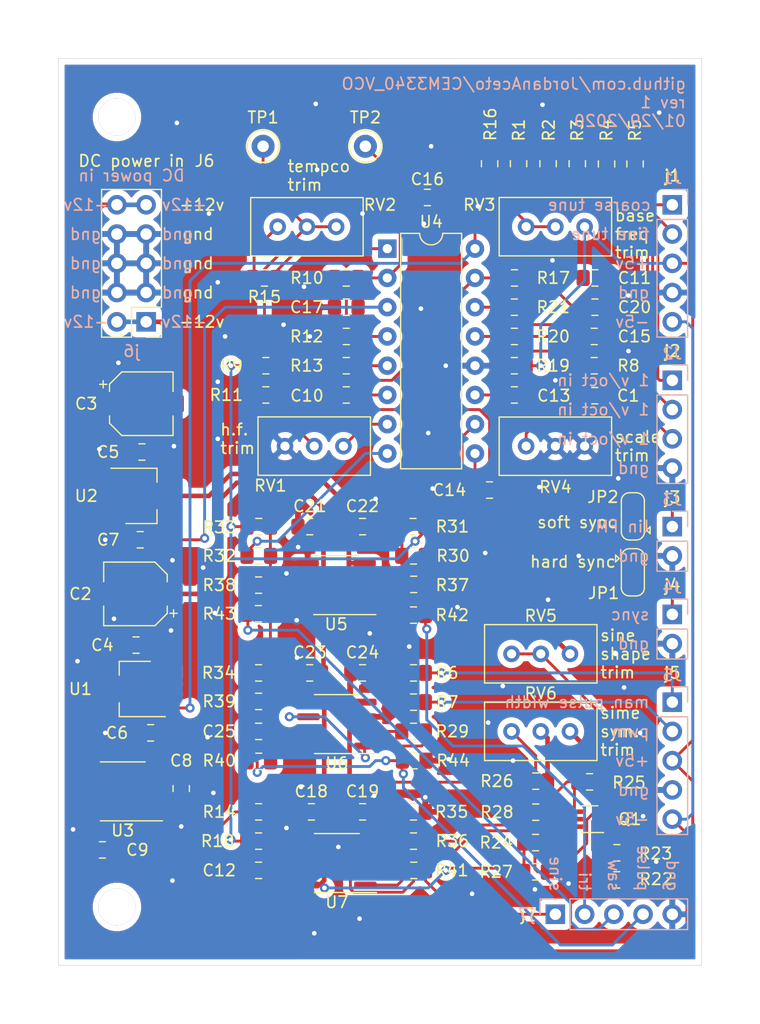
<source format=kicad_pcb>
(kicad_pcb (version 20171130) (host pcbnew 5.1.6-c6e7f7d~86~ubuntu18.04.1)
  (layers (0 F.Cu signal) (31 B.Cu signal) (34 B.Paste user hide) (35 F.Paste user hide) (36 B.SilkS user) (37 F.SilkS user) (38 B.Mask user) (39 F.Mask user) (44 Edge.Cuts user))
  (net 0 "")
  (net 1 "Net-(C1-Pad2)")
  (net 2 "Net-(C1-Pad1)")
  (net 3 GND)
  (net 4 +15V)
  (net 5 -15V)
  (net 6 +10V)
  (net 7 -5V)
  (net 8 +5VA)
  (net 9 "Net-(C10-Pad1)")
  (net 10 "Net-(C11-Pad1)")
  (net 11 "Net-(C12-Pad2)")
  (net 12 -5VA)
  (net 13 "Net-(C13-Pad2)")
  (net 14 "Net-(C14-Pad2)")
  (net 15 "Net-(C15-Pad1)")
  (net 16 "Net-(C20-Pad1)")
  (net 17 "Net-(C25-Pad2)")
  (net 18 "Net-(C25-Pad1)")
  (net 19 "Net-(J1-Pad2)")
  (net 20 "Net-(J1-Pad1)")
  (net 21 "Net-(J2-Pad3)")
  (net 22 "Net-(J2-Pad1)")
  (net 23 "Net-(J4-Pad1)")
  (net 24 "Net-(J5-Pad1)")
  (net 25 "Net-(Q1-Pad6)")
  (net 26 "Net-(Q1-Pad4)")
  (net 27 "Net-(Q1-Pad2)")
  (net 28 "Net-(Q1-Pad5)")
  (net 29 "Net-(Q1-Pad3)")
  (net 30 "Net-(Q1-Pad1)")
  (net 31 "Net-(R9-Pad1)")
  (net 32 "Net-(R10-Pad1)")
  (net 33 "Net-(R11-Pad1)")
  (net 34 "Net-(R12-Pad1)")
  (net 35 "Net-(R13-Pad1)")
  (net 36 "Net-(R15-Pad2)")
  (net 37 "Net-(R15-Pad1)")
  (net 38 "Net-(R16-Pad1)")
  (net 39 "Net-(R21-Pad2)")
  (net 40 "Net-(R22-Pad2)")
  (net 41 "Net-(R26-Pad1)")
  (net 42 "Net-(R29-Pad1)")
  (net 43 "Net-(R30-Pad1)")
  (net 44 "Net-(R32-Pad1)")
  (net 45 "Net-(R36-Pad1)")
  (net 46 "Net-(U3-Pad8)")
  (net 47 "Net-(U3-Pad7)")
  (net 48 "Net-(U3-Pad5)")
  (net 49 "Net-(U3-Pad3)")
  (net 50 "Net-(U3-Pad1)")
  (net 51 "Net-(J5-Pad2)")
  (net 52 "Net-(J2-Pad2)")
  (net 53 "Net-(RV1-Pad3)")
  (net 54 /VCO_Core/hard_sync_v_in)
  (net 55 /VCO_Core/soft_sync_v_in)
  (net 56 /Waveshapers/10vpp_sine_v_out)
  (net 57 /Waveshapers/10vpp_triangle_v_out)
  (net 58 /Waveshapers/10vpp_saw_v_out)
  (net 59 /Waveshapers/10vpp_pulse_v_out)
  (net 60 /Signal_Inputs/expo_cv_i_out)
  (net 61 /Signal_Inputs/pulse_width_i_out)
  (net 62 /Signal_Inputs/lin_cv_i_out)
  (net 63 "Net-(R29-Pad2)")
  (net 64 /Waveshapers/raw_triangle_v_in)
  (net 65 /Waveshapers/raw_saw_v_in)
  (net 66 "Net-(R34-Pad2)")
  (net 67 "Net-(R37-Pad1)")
  (module MountingHole:MountingHole_3.2mm_M3 (layer F.Cu) (at 81.28 124.46)
    (fp_text reference "hole 2" hide)
    (fp_text value MountingHole_3.2mm_M3)
    (pad 1 thru_hole circle (at 0 0) (size 3.2 3.2) (drill 3.2) (layers *.Cu *.Mask))
  )
  (module MountingHole:MountingHole_3.2mm_M3 (layer F.Cu) (at 81.28 55.88)
    (fp_text reference "hole 1" hide)
    (fp_text value MountingHole_3.2mm_M3)
    (pad 1 thru_hole circle (at 0 0) (size 3.2 3.2) (drill 3.2) (layers *.Cu *.Mask))
  )
  (module Package_SO:SOIC-8_3.9x4.9mm_P1.27mm (layer F.Cu) (at 81.788 114.427 180)
    (fp_text reference U3 (at 0 -3.4) (layer F.SilkS))
    (fp_text value REF02AU)
    (pad 8 smd roundrect (at 2.475 -1.905 180) (size 1.95 0.6) (layers F.Cu F.Paste F.Mask) (net 46 "Net-(U3-Pad8)"))
    (pad 7 smd roundrect (at 2.475 -0.635 180) (size 1.95 0.6) (layers F.Cu F.Paste F.Mask) (net 47 "Net-(U3-Pad7)"))
    (pad 6 smd roundrect (at 2.475 0.635 180) (size 1.95 0.6) (layers F.Cu F.Paste F.Mask) (net 8 +5VA))
    (pad 5 smd roundrect (at 2.475 1.905 180) (size 1.95 0.6) (layers F.Cu F.Paste F.Mask) (net 48 "Net-(U3-Pad5)"))
    (pad 4 smd roundrect (at -2.475 1.905 180) (size 1.95 0.6) (layers F.Cu F.Paste F.Mask) (net 3 GND))
    (pad 3 smd roundrect (at -2.475 0.635 180) (size 1.95 0.6) (layers F.Cu F.Paste F.Mask) (net 49 "Net-(U3-Pad3)"))
    (pad 2 smd roundrect (at -2.475 -0.635 180) (size 1.95 0.6) (layers F.Cu F.Paste F.Mask) (net 6 +10V))
    (pad 1 smd roundrect (at -2.475 -1.905 180) (size 1.95 0.6) (layers F.Cu F.Paste F.Mask) (net 50 "Net-(U3-Pad1)"))
  )
  (module Package_TO_SOT_SMD:SOT-89-3_Handsoldering (layer F.Cu) (at 82.983 88.773)
    (fp_text reference U2 (at -4.37 0) (layer F.SilkS))
    (fp_text value MC7905)
    (pad 2 smd trapezoid (at -0.37 0 90) (size 1.5 0.75) (rect_delta 0 0.5) (layers F.Cu F.Paste F.Mask) (net 5 -15V))
    (pad 2 smd rect (at 1.98 0 270) (size 2 4) (layers F.Cu F.Paste F.Mask) (net 5 -15V))
    (pad 3 smd rect (at -1.98 1.5 270) (size 1 2.5) (layers F.Cu F.Paste F.Mask) (net 7 -5V))
    (pad 2 smd rect (at -1.98 0 270) (size 1 2.5) (layers F.Cu F.Paste F.Mask) (net 5 -15V))
    (pad 1 smd rect (at -1.98 -1.5 270) (size 1 2.5) (layers F.Cu F.Paste F.Mask) (net 3 GND))
  )
  (module Package_TO_SOT_SMD:SOT-89-3_Handsoldering (layer F.Cu) (at 83.26 105.537 180)
    (fp_text reference U1 (at 5.155 0) (layer F.SilkS))
    (fp_text value L78L10_SOT89)
    (pad 2 smd trapezoid (at -0.37 0 270) (size 1.5 0.75) (rect_delta 0 0.5) (layers F.Cu F.Paste F.Mask) (net 3 GND))
    (pad 2 smd rect (at 1.98 0 90) (size 2 4) (layers F.Cu F.Paste F.Mask) (net 3 GND))
    (pad 3 smd rect (at -1.98 1.5 90) (size 1 2.5) (layers F.Cu F.Paste F.Mask) (net 4 +15V))
    (pad 2 smd rect (at -1.98 0 90) (size 1 2.5) (layers F.Cu F.Paste F.Mask) (net 3 GND))
    (pad 1 smd rect (at -1.98 -1.5 90) (size 1 2.5) (layers F.Cu F.Paste F.Mask) (net 6 +10V))
  )
  (module Resistor_SMD:R_0805_2012Metric_Pad1.15x1.40mm_HandSolder (layer F.Cu) (at 93.59 118.745)
    (fp_text reference R18 (at -3.565 0) (layer F.SilkS))
    (fp_text value 10k)
    (pad 2 smd roundrect (at 1.025 0) (size 1.15 1.4) (layers F.Cu F.Paste F.Mask) (roundrect_rratio 0.217391) (net 11 "Net-(C12-Pad2)"))
    (pad 1 smd roundrect (at -1.025 0) (size 1.15 1.4) (layers F.Cu F.Paste F.Mask) (roundrect_rratio 0.217391) (net 12 -5VA))
  )
  (module Resistor_SMD:R_0805_2012Metric_Pad1.15x1.40mm_HandSolder (layer F.Cu) (at 93.59 116.205 180)
    (fp_text reference R14 (at 3.42 0) (layer F.SilkS))
    (fp_text value 10k)
    (pad 2 smd roundrect (at 1.025 0 180) (size 1.15 1.4) (layers F.Cu F.Paste F.Mask) (roundrect_rratio 0.217391) (net 8 +5VA))
    (pad 1 smd roundrect (at -1.025 0 180) (size 1.15 1.4) (layers F.Cu F.Paste F.Mask) (roundrect_rratio 0.217391) (net 11 "Net-(C12-Pad2)"))
  )
  (module Capacitor_SMD:C_0805_2012Metric_Pad1.15x1.40mm_HandSolder (layer F.Cu) (at 102.625 104.14 180)
    (fp_text reference C24 (at 0.009 1.778) (layer F.SilkS))
    (fp_text value 100nF)
    (pad 2 smd roundrect (at 1.025 0 180) (size 1.15 1.4) (layers F.Cu F.Paste F.Mask) (roundrect_rratio 0.217391) (net 5 -15V))
    (pad 1 smd roundrect (at -1.025 0 180) (size 1.15 1.4) (layers F.Cu F.Paste F.Mask) (roundrect_rratio 0.217391) (net 3 GND))
  )
  (module Capacitor_SMD:C_0805_2012Metric_Pad1.15x1.40mm_HandSolder (layer F.Cu) (at 98.035 104.14 180)
    (fp_text reference C23 (at -0.009 1.778) (layer F.SilkS))
    (fp_text value 100nF)
    (pad 2 smd roundrect (at 1.025 0 180) (size 1.15 1.4) (layers F.Cu F.Paste F.Mask) (roundrect_rratio 0.217391) (net 3 GND))
    (pad 1 smd roundrect (at -1.025 0 180) (size 1.15 1.4) (layers F.Cu F.Paste F.Mask) (roundrect_rratio 0.217391) (net 4 +15V))
  )
  (module Capacitor_SMD:C_0805_2012Metric_Pad1.15x1.40mm_HandSolder (layer F.Cu) (at 102.625 91.44 180)
    (fp_text reference C22 (at 0.009 1.778) (layer F.SilkS))
    (fp_text value 100nF)
    (pad 2 smd roundrect (at 1.025 0 180) (size 1.15 1.4) (layers F.Cu F.Paste F.Mask) (roundrect_rratio 0.217391) (net 5 -15V))
    (pad 1 smd roundrect (at -1.025 0 180) (size 1.15 1.4) (layers F.Cu F.Paste F.Mask) (roundrect_rratio 0.217391) (net 3 GND))
  )
  (module Capacitor_SMD:C_0805_2012Metric_Pad1.15x1.40mm_HandSolder (layer F.Cu) (at 98.035 91.44 180)
    (fp_text reference C21 (at -0.009 1.778) (layer F.SilkS))
    (fp_text value 100nF)
    (pad 2 smd roundrect (at 1.025 0 180) (size 1.15 1.4) (layers F.Cu F.Paste F.Mask) (roundrect_rratio 0.217391) (net 3 GND))
    (pad 1 smd roundrect (at -1.025 0 180) (size 1.15 1.4) (layers F.Cu F.Paste F.Mask) (roundrect_rratio 0.217391) (net 4 +15V))
  )
  (module Capacitor_SMD:C_0805_2012Metric_Pad1.15x1.40mm_HandSolder (layer F.Cu) (at 102.625 116.205 180)
    (fp_text reference C19 (at 0.009 1.778) (layer F.SilkS))
    (fp_text value 100nF)
    (pad 2 smd roundrect (at 1.025 0 180) (size 1.15 1.4) (layers F.Cu F.Paste F.Mask) (roundrect_rratio 0.217391) (net 5 -15V))
    (pad 1 smd roundrect (at -1.025 0 180) (size 1.15 1.4) (layers F.Cu F.Paste F.Mask) (roundrect_rratio 0.217391) (net 3 GND))
  )
  (module Capacitor_SMD:C_0805_2012Metric_Pad1.15x1.40mm_HandSolder (layer F.Cu) (at 98.18 116.205 180)
    (fp_text reference C18 (at 0.009 1.778) (layer F.SilkS))
    (fp_text value 100nF)
    (pad 2 smd roundrect (at 1.025 0 180) (size 1.15 1.4) (layers F.Cu F.Paste F.Mask) (roundrect_rratio 0.217391) (net 3 GND))
    (pad 1 smd roundrect (at -1.025 0 180) (size 1.15 1.4) (layers F.Cu F.Paste F.Mask) (roundrect_rratio 0.217391) (net 4 +15V))
  )
  (module Capacitor_SMD:C_0805_2012Metric_Pad1.15x1.40mm_HandSolder (layer F.Cu) (at 93.59 121.285)
    (fp_text reference C12 (at -3.42 0) (layer F.SilkS))
    (fp_text value C)
    (pad 2 smd roundrect (at 1.025 0) (size 1.15 1.4) (layers F.Cu F.Paste F.Mask) (roundrect_rratio 0.217391) (net 11 "Net-(C12-Pad2)"))
    (pad 1 smd roundrect (at -1.025 0) (size 1.15 1.4) (layers F.Cu F.Paste F.Mask) (roundrect_rratio 0.217391) (net 12 -5VA))
  )
  (module Capacitor_SMD:C_0805_2012Metric_Pad1.15x1.40mm_HandSolder (layer F.Cu) (at 80.019 119.507)
    (fp_text reference C9 (at 3.039 0) (layer F.SilkS))
    (fp_text value 100nF)
    (pad 2 smd roundrect (at 1.025 0) (size 1.15 1.4) (layers F.Cu F.Paste F.Mask) (roundrect_rratio 0.217391) (net 8 +5VA))
    (pad 1 smd roundrect (at -1.025 0) (size 1.15 1.4) (layers F.Cu F.Paste F.Mask) (roundrect_rratio 0.217391) (net 3 GND))
  )
  (module Capacitor_SMD:C_0805_2012Metric_Pad1.15x1.40mm_HandSolder (layer F.Cu) (at 86.868 114.182 270)
    (fp_text reference C8 (at -2.422 0 180) (layer F.SilkS))
    (fp_text value 100nF)
    (pad 2 smd roundrect (at 1.025 0 270) (size 1.15 1.4) (layers F.Cu F.Paste F.Mask) (roundrect_rratio 0.217391) (net 6 +10V))
    (pad 1 smd roundrect (at -1.025 0 270) (size 1.15 1.4) (layers F.Cu F.Paste F.Mask) (roundrect_rratio 0.217391) (net 3 GND))
  )
  (module Capacitor_SMD:C_0805_2012Metric_Pad1.15x1.40mm_HandSolder (layer F.Cu) (at 83.303 92.583 180)
    (fp_text reference C7 (at 2.785 0) (layer F.SilkS))
    (fp_text value 100nF)
    (pad 2 smd roundrect (at 1.025 0 180) (size 1.15 1.4) (layers F.Cu F.Paste F.Mask) (roundrect_rratio 0.217391) (net 3 GND))
    (pad 1 smd roundrect (at -1.025 0 180) (size 1.15 1.4) (layers F.Cu F.Paste F.Mask) (roundrect_rratio 0.217391) (net 7 -5V))
  )
  (module Capacitor_SMD:C_0805_2012Metric_Pad1.15x1.40mm_HandSolder (layer F.Cu) (at 84.21 109.347)
    (fp_text reference C6 (at -2.93 0) (layer F.SilkS))
    (fp_text value 100nF)
    (pad 2 smd roundrect (at 1.025 0) (size 1.15 1.4) (layers F.Cu F.Paste F.Mask) (roundrect_rratio 0.217391) (net 6 +10V))
    (pad 1 smd roundrect (at -1.025 0) (size 1.15 1.4) (layers F.Cu F.Paste F.Mask) (roundrect_rratio 0.217391) (net 3 GND))
  )
  (module Capacitor_SMD:C_0805_2012Metric_Pad1.15x1.40mm_HandSolder (layer F.Cu) (at 83.448 84.963)
    (fp_text reference C5 (at -2.93 0) (layer F.SilkS))
    (fp_text value 100nF)
    (pad 2 smd roundrect (at 1.025 0) (size 1.15 1.4) (layers F.Cu F.Paste F.Mask) (roundrect_rratio 0.217391) (net 5 -15V))
    (pad 1 smd roundrect (at -1.025 0) (size 1.15 1.4) (layers F.Cu F.Paste F.Mask) (roundrect_rratio 0.217391) (net 3 GND))
  )
  (module Capacitor_SMD:C_0805_2012Metric_Pad1.15x1.40mm_HandSolder (layer F.Cu) (at 82.94 101.727 180)
    (fp_text reference C4 (at 2.93 0) (layer F.SilkS))
    (fp_text value 100nF)
    (pad 2 smd roundrect (at 1.025 0 180) (size 1.15 1.4) (layers F.Cu F.Paste F.Mask) (roundrect_rratio 0.217391) (net 3 GND))
    (pad 1 smd roundrect (at -1.025 0 180) (size 1.15 1.4) (layers F.Cu F.Paste F.Mask) (roundrect_rratio 0.217391) (net 4 +15V))
  )
  (module Capacitor_SMD:CP_Elec_5x5.4 (layer F.Cu) (at 83.398 80.772)
    (fp_text reference C3 (at -4.785 0) (layer F.SilkS))
    (fp_text value 10uF)
    (pad 2 smd roundrect (at 2.2 0) (size 3 1.6) (layers F.Cu F.Paste F.Mask) (roundrect_rratio 0.15625) (net 5 -15V))
    (pad 1 smd roundrect (at -2.2 0) (size 3 1.6) (layers F.Cu F.Paste F.Mask) (roundrect_rratio 0.15625) (net 3 GND))
  )
  (module Capacitor_SMD:CP_Elec_5x5.4 (layer F.Cu) (at 82.89 97.282 180)
    (fp_text reference C2 (at 4.785 0) (layer F.SilkS))
    (fp_text value 10uF)
    (pad 2 smd roundrect (at 2.2 0 180) (size 3 1.6) (layers F.Cu F.Paste F.Mask) (roundrect_rratio 0.15625) (net 3 GND))
    (pad 1 smd roundrect (at -2.2 0 180) (size 3 1.6) (layers F.Cu F.Paste F.Mask) (roundrect_rratio 0.15625) (net 4 +15V))
  )
  (module Connector_PinHeader_2.54mm:PinHeader_1x05_P2.54mm_Vertical (layer B.Cu) (at 119.38 125.095 270)
    (fp_text reference j7 (at 0 2.33 180) (layer F.SilkS))
    (fp_text value "waveform outputs")
    (pad 1 thru_hole rect (at 0 0 270) (size 1.7 1.7) (drill 1) (layers *.Cu *.Mask) (net 56 /Waveshapers/10vpp_sine_v_out))
    (pad 2 thru_hole oval (at 0 -2.54 270) (size 1.7 1.7) (drill 1) (layers *.Cu *.Mask) (net 57 /Waveshapers/10vpp_triangle_v_out))
    (pad 3 thru_hole oval (at 0 -5.08 270) (size 1.7 1.7) (drill 1) (layers *.Cu *.Mask) (net 58 /Waveshapers/10vpp_saw_v_out))
    (pad 4 thru_hole oval (at 0 -7.62 270) (size 1.7 1.7) (drill 1) (layers *.Cu *.Mask) (net 59 /Waveshapers/10vpp_pulse_v_out))
    (pad 5 thru_hole oval (at 0 -10.16 270) (size 1.7 1.7) (drill 1) (layers *.Cu *.Mask) (net 3 GND))
  )
  (module Connector_PinHeader_2.54mm:PinHeader_2x05_P2.54mm_Vertical (layer F.Cu) (at 83.82 73.66 180)
    (fp_text reference J6 (at -5.08 13.97) (layer F.SilkS))
    (fp_text value "power input")
    (pad 1 thru_hole rect (at 0 0 180) (size 1.7 1.7) (drill 1) (layers *.Cu *.Mask) (net 5 -15V))
    (pad 2 thru_hole oval (at 2.54 0 180) (size 1.7 1.7) (drill 1) (layers *.Cu *.Mask) (net 5 -15V))
    (pad 3 thru_hole oval (at 0 2.54 180) (size 1.7 1.7) (drill 1) (layers *.Cu *.Mask) (net 3 GND))
    (pad 4 thru_hole oval (at 2.54 2.54 180) (size 1.7 1.7) (drill 1) (layers *.Cu *.Mask) (net 3 GND))
    (pad 5 thru_hole oval (at 0 5.08 180) (size 1.7 1.7) (drill 1) (layers *.Cu *.Mask) (net 3 GND))
    (pad 6 thru_hole oval (at 2.54 5.08 180) (size 1.7 1.7) (drill 1) (layers *.Cu *.Mask) (net 3 GND))
    (pad 7 thru_hole oval (at 0 7.62 180) (size 1.7 1.7) (drill 1) (layers *.Cu *.Mask) (net 3 GND))
    (pad 8 thru_hole oval (at 2.54 7.62 180) (size 1.7 1.7) (drill 1) (layers *.Cu *.Mask) (net 3 GND))
    (pad 9 thru_hole oval (at 0 10.16 180) (size 1.7 1.7) (drill 1) (layers *.Cu *.Mask) (net 4 +15V))
    (pad 10 thru_hole oval (at 2.54 10.16 180) (size 1.7 1.7) (drill 1) (layers *.Cu *.Mask) (net 4 +15V))
  )
  (module Capacitor_SMD:C_0805_2012Metric_Pad1.15x1.40mm_HandSolder (layer F.Cu) (at 122.8 80.0735)
    (fp_text reference C1 (at 2.912 0) (layer F.SilkS))
    (fp_text value 100nF)
    (pad 2 smd roundrect (at 1.025 0) (size 1.15 1.4) (layers F.Cu F.Paste F.Mask) (roundrect_rratio 0.217391) (net 1 "Net-(C1-Pad2)"))
    (pad 1 smd roundrect (at -1.025 0) (size 1.15 1.4) (layers F.Cu F.Paste F.Mask) (roundrect_rratio 0.217391) (net 2 "Net-(C1-Pad1)"))
  )
  (module Capacitor_SMD:C_0805_2012Metric_Pad1.15x1.40mm_HandSolder (layer F.Cu) (at 101.21 80.01 180)
    (fp_text reference C10 (at 3.42 -0.0635) (layer F.SilkS))
    (fp_text value 1nF)
    (pad 2 smd roundrect (at 1.025 0 180) (size 1.15 1.4) (layers F.Cu F.Paste F.Mask) (roundrect_rratio 0.217391) (net 54 /VCO_Core/hard_sync_v_in))
    (pad 1 smd roundrect (at -1.025 0 180) (size 1.15 1.4) (layers F.Cu F.Paste F.Mask) (roundrect_rratio 0.217391) (net 9 "Net-(C10-Pad1)"))
  )
  (module Capacitor_SMD:C_0805_2012Metric_Pad1.15x1.40mm_HandSolder (layer F.Cu) (at 122.818 69.85)
    (fp_text reference C11 (at 3.438 0) (layer F.SilkS))
    (fp_text value 10nF)
    (pad 2 smd roundrect (at 1.025 0) (size 1.15 1.4) (layers F.Cu F.Paste F.Mask) (roundrect_rratio 0.217391) (net 3 GND))
    (pad 1 smd roundrect (at -1.025 0) (size 1.15 1.4) (layers F.Cu F.Paste F.Mask) (roundrect_rratio 0.217391) (net 10 "Net-(C11-Pad1)"))
  )
  (module Capacitor_SMD:C_0805_2012Metric_Pad1.15x1.40mm_HandSolder (layer F.Cu) (at 115.815 80.01 180)
    (fp_text reference C13 (at -3.429 -0.0635) (layer F.SilkS))
    (fp_text value 1nF)
    (pad 1 smd roundrect (at -1.025 0 180) (size 1.15 1.4) (layers F.Cu F.Paste F.Mask) (roundrect_rratio 0.217391) (net 3 GND))
    (pad 2 smd roundrect (at 1.025 0 180) (size 1.15 1.4) (layers F.Cu F.Paste F.Mask) (roundrect_rratio 0.217391) (net 13 "Net-(C13-Pad2)"))
  )
  (module Capacitor_SMD:C_0805_2012Metric_Pad1.15x1.40mm_HandSolder (layer F.Cu) (at 113.656 88.265 180)
    (fp_text reference C14 (at 3.4835 0) (layer F.SilkS))
    (fp_text value 1nF)
    (pad 1 smd roundrect (at -1.025 0 180) (size 1.15 1.4) (layers F.Cu F.Paste F.Mask) (roundrect_rratio 0.217391) (net 55 /VCO_Core/soft_sync_v_in))
    (pad 2 smd roundrect (at 1.025 0 180) (size 1.15 1.4) (layers F.Cu F.Paste F.Mask) (roundrect_rratio 0.217391) (net 14 "Net-(C14-Pad2)"))
  )
  (module Capacitor_SMD:C_0805_2012Metric_Pad1.15x1.40mm_HandSolder (layer F.Cu) (at 122.7545 74.93)
    (fp_text reference C15 (at 3.4835 0) (layer F.SilkS))
    (fp_text value 10nF)
    (pad 1 smd roundrect (at -1.025 0) (size 1.15 1.4) (layers F.Cu F.Paste F.Mask) (roundrect_rratio 0.217391) (net 15 "Net-(C15-Pad1)"))
    (pad 2 smd roundrect (at 1.025 0) (size 1.15 1.4) (layers F.Cu F.Paste F.Mask) (roundrect_rratio 0.217391) (net 3 GND))
  )
  (module Capacitor_SMD:C_0805_2012Metric_Pad1.15x1.40mm_HandSolder (layer F.Cu) (at 108.2585 62.865 180)
    (fp_text reference C16 (at 0 1.5875) (layer F.SilkS))
    (fp_text value 100nF)
    (pad 2 smd roundrect (at 1.025 0 180) (size 1.15 1.4) (layers F.Cu F.Paste F.Mask) (roundrect_rratio 0.217391) (net 3 GND))
    (pad 1 smd roundrect (at -1.025 0 180) (size 1.15 1.4) (layers F.Cu F.Paste F.Mask) (roundrect_rratio 0.217391) (net 6 +10V))
  )
  (module Capacitor_SMD:C_0805_2012Metric_Pad1.15x1.40mm_HandSolder (layer F.Cu) (at 101.21 72.39)
    (fp_text reference C17 (at -3.438 0) (layer F.SilkS))
    (fp_text value 100nF)
    (pad 1 smd roundrect (at -1.025 0) (size 1.15 1.4) (layers F.Cu F.Paste F.Mask) (roundrect_rratio 0.217391) (net 3 GND))
    (pad 2 smd roundrect (at 1.025 0) (size 1.15 1.4) (layers F.Cu F.Paste F.Mask) (roundrect_rratio 0.217391) (net 7 -5V))
  )
  (module Capacitor_SMD:C_0805_2012Metric_Pad1.15x1.40mm_HandSolder (layer F.Cu) (at 122.818 72.39)
    (fp_text reference C20 (at 3.438 0) (layer F.SilkS))
    (fp_text value 560pF)
    (pad 2 smd roundrect (at 1.025 0) (size 1.15 1.4) (layers F.Cu F.Paste F.Mask) (roundrect_rratio 0.217391) (net 3 GND))
    (pad 1 smd roundrect (at -1.025 0) (size 1.15 1.4) (layers F.Cu F.Paste F.Mask) (roundrect_rratio 0.217391) (net 16 "Net-(C20-Pad1)"))
  )
  (module Capacitor_SMD:C_0805_2012Metric_Pad1.15x1.40mm_HandSolder (layer F.Cu) (at 93.59 109.22)
    (fp_text reference C25 (at -3.438 0) (layer F.SilkS))
    (fp_text value 10pF)
    (pad 1 smd roundrect (at -1.025 0) (size 1.15 1.4) (layers F.Cu F.Paste F.Mask) (roundrect_rratio 0.217391) (net 18 "Net-(C25-Pad1)"))
    (pad 2 smd roundrect (at 1.025 0) (size 1.15 1.4) (layers F.Cu F.Paste F.Mask) (roundrect_rratio 0.217391) (net 17 "Net-(C25-Pad2)"))
  )
  (module Connector_PinHeader_2.54mm:PinHeader_1x05_P2.54mm_Vertical (layer B.Cu) (at 129.54 63.5 180)
    (fp_text reference J1 (at 0 2.33) (layer B.SilkS) (effects (justify mirror)))
    (fp_text value "tuning controls")
    (pad 1 thru_hole rect (at 0 0 180) (size 1.7 1.7) (drill 1) (layers *.Cu *.Mask) (net 20 "Net-(J1-Pad1)"))
    (pad 2 thru_hole oval (at 0 -2.54 180) (size 1.7 1.7) (drill 1) (layers *.Cu *.Mask) (net 19 "Net-(J1-Pad2)"))
    (pad 3 thru_hole oval (at 0 -5.08 180) (size 1.7 1.7) (drill 1) (layers *.Cu *.Mask) (net 8 +5VA))
    (pad 4 thru_hole oval (at 0 -7.62 180) (size 1.7 1.7) (drill 1) (layers *.Cu *.Mask) (net 3 GND))
    (pad 5 thru_hole oval (at 0 -10.16 180) (size 1.7 1.7) (drill 1) (layers *.Cu *.Mask) (net 12 -5VA))
  )
  (module Connector_PinHeader_2.54mm:PinHeader_1x04_P2.54mm_Vertical (layer B.Cu) (at 129.54 78.74 180)
    (fp_text reference J2 (at 0 2.33) (layer B.SilkS) (effects (justify mirror)))
    (fp_text value "1 v/oct inputs")
    (pad 1 thru_hole rect (at 0 0 180) (size 1.7 1.7) (drill 1) (layers *.Cu *.Mask) (net 22 "Net-(J2-Pad1)"))
    (pad 2 thru_hole oval (at 0 -2.54 180) (size 1.7 1.7) (drill 1) (layers *.Cu *.Mask) (net 52 "Net-(J2-Pad2)"))
    (pad 3 thru_hole oval (at 0 -5.08 180) (size 1.7 1.7) (drill 1) (layers *.Cu *.Mask) (net 21 "Net-(J2-Pad3)"))
    (pad 4 thru_hole oval (at 0 -7.62 180) (size 1.7 1.7) (drill 1) (layers *.Cu *.Mask) (net 3 GND))
  )
  (module Connector_PinHeader_2.54mm:PinHeader_1x02_P2.54mm_Vertical (layer B.Cu) (at 129.54 91.44 180)
    (fp_text reference J3 (at 0 2.33) (layer B.SilkS) (effects (justify mirror)))
    (fp_text value "linear FM input")
    (pad 1 thru_hole rect (at 0 0 180) (size 1.7 1.7) (drill 1) (layers *.Cu *.Mask) (net 1 "Net-(C1-Pad2)"))
    (pad 2 thru_hole oval (at 0 -2.54 180) (size 1.7 1.7) (drill 1) (layers *.Cu *.Mask) (net 3 GND))
  )
  (module Connector_PinHeader_2.54mm:PinHeader_1x02_P2.54mm_Vertical (layer B.Cu) (at 129.54 99.06 180)
    (fp_text reference J4 (at 0 2.33) (layer B.SilkS) (effects (justify mirror)))
    (fp_text value "sync input")
    (pad 2 thru_hole oval (at 0 -2.54 180) (size 1.7 1.7) (drill 1) (layers *.Cu *.Mask) (net 3 GND))
    (pad 1 thru_hole rect (at 0 0 180) (size 1.7 1.7) (drill 1) (layers *.Cu *.Mask) (net 23 "Net-(J4-Pad1)"))
  )
  (module Connector_PinHeader_2.54mm:PinHeader_1x05_P2.54mm_Vertical (layer B.Cu) (at 129.54 106.68 180)
    (fp_text reference J5 (at 0 2.33) (layer B.SilkS) (effects (justify mirror)))
    (fp_text value "PWM inputs")
    (pad 5 thru_hole oval (at 0 -10.16 180) (size 1.7 1.7) (drill 1) (layers *.Cu *.Mask) (net 12 -5VA))
    (pad 4 thru_hole oval (at 0 -7.62 180) (size 1.7 1.7) (drill 1) (layers *.Cu *.Mask) (net 3 GND))
    (pad 3 thru_hole oval (at 0 -5.08 180) (size 1.7 1.7) (drill 1) (layers *.Cu *.Mask) (net 8 +5VA))
    (pad 2 thru_hole oval (at 0 -2.54 180) (size 1.7 1.7) (drill 1) (layers *.Cu *.Mask) (net 51 "Net-(J5-Pad2)"))
    (pad 1 thru_hole rect (at 0 0 180) (size 1.7 1.7) (drill 1) (layers *.Cu *.Mask) (net 24 "Net-(J5-Pad1)"))
  )
  (module Jumper:SolderJumper-3_P1.3mm_Open_RoundedPad1.0x1.5mm (layer F.Cu) (at 126.111 95.407 270)
    (fp_text reference JP1 (at 1.808 2.54 180) (layer F.SilkS))
    (fp_text value "sync sel 1")
    (pad 2 smd rect (at 0 0 270) (size 1 1.5) (layers F.Cu F.Mask) (net 54 /VCO_Core/hard_sync_v_in))
    (pad 3 smd custom (at 1.3 0 270) (size 1 0.5) (layers F.Cu F.Mask) (net 3 GND) (options (clearance outline) (anchor rect)) (primitives (gr_circle (center 0 0.25) (end 0.5 0.25) (width 0)) (gr_circle (center 0 -0.25) (end 0.5 -0.25) (width 0)) (gr_poly (pts (xy -0.55 -0.75) (xy 0 -0.75) (xy 0 0.75) (xy -0.55 0.75)) (width 0))))
    (pad 1 smd custom (at -1.3 0 270) (size 1 0.5) (layers F.Cu F.Mask) (net 23 "Net-(J4-Pad1)") (options (clearance outline) (anchor rect)) (primitives (gr_circle (center 0 0.25) (end 0.5 0.25) (width 0)) (gr_circle (center 0 -0.25) (end 0.5 -0.25) (width 0)) (gr_poly (pts (xy 0.55 -0.75) (xy 0 -0.75) (xy 0 0.75) (xy 0.55 0.75)) (width 0))))
  )
  (module Jumper:SolderJumper-3_P1.3mm_Open_RoundedPad1.0x1.5mm (layer F.Cu) (at 126.111 90.551 90)
    (fp_text reference JP2 (at 1.6845 -2.6035 180) (layer F.SilkS))
    (fp_text value "sync sel 2")
    (pad 1 smd custom (at -1.3 0 90) (size 1 0.5) (layers F.Cu F.Mask) (net 23 "Net-(J4-Pad1)") (options (clearance outline) (anchor rect)) (primitives (gr_circle (center 0 0.25) (end 0.5 0.25) (width 0)) (gr_circle (center 0 -0.25) (end 0.5 -0.25) (width 0)) (gr_poly (pts (xy 0.55 -0.75) (xy 0 -0.75) (xy 0 0.75) (xy 0.55 0.75)) (width 0))))
    (pad 3 smd custom (at 1.3 0 90) (size 1 0.5) (layers F.Cu F.Mask) (net 3 GND) (options (clearance outline) (anchor rect)) (primitives (gr_circle (center 0 0.25) (end 0.5 0.25) (width 0)) (gr_circle (center 0 -0.25) (end 0.5 -0.25) (width 0)) (gr_poly (pts (xy -0.55 -0.75) (xy 0 -0.75) (xy 0 0.75) (xy -0.55 0.75)) (width 0))))
    (pad 2 smd rect (at 0 0 90) (size 1 1.5) (layers F.Cu F.Mask) (net 55 /VCO_Core/soft_sync_v_in))
  )
  (module Package_TO_SOT_SMD:SOT-363_SC-70-6_Handsoldering (layer F.Cu) (at 122.368 116.84 180)
    (fp_text reference Q1 (at -3.489 0) (layer F.SilkS))
    (fp_text value MMDT3904)
    (pad 1 smd rect (at -1.33 -0.65 180) (size 1.5 0.4) (layers F.Cu F.Paste F.Mask) (net 30 "Net-(Q1-Pad1)"))
    (pad 2 smd rect (at -1.33 0 180) (size 1.5 0.4) (layers F.Cu F.Paste F.Mask) (net 27 "Net-(Q1-Pad2)"))
    (pad 3 smd rect (at -1.33 0.65 180) (size 1.5 0.4) (layers F.Cu F.Paste F.Mask) (net 29 "Net-(Q1-Pad3)"))
    (pad 4 smd rect (at 1.33 0.65 180) (size 1.5 0.4) (layers F.Cu F.Paste F.Mask) (net 26 "Net-(Q1-Pad4)"))
    (pad 5 smd rect (at 1.33 0 180) (size 1.5 0.4) (layers F.Cu F.Paste F.Mask) (net 28 "Net-(Q1-Pad5)"))
    (pad 6 smd rect (at 1.33 -0.65 180) (size 1.5 0.4) (layers F.Cu F.Paste F.Mask) (net 25 "Net-(Q1-Pad6)"))
  )
  (module Resistor_SMD:R_0805_2012Metric_Pad1.15x1.40mm_HandSolder (layer F.Cu) (at 116.1796 59.935 270)
    (fp_text reference R1 (at -2.912 -0.0254 90) (layer F.SilkS))
    (fp_text value 100k)
    (pad 1 smd roundrect (at -1.025 0 270) (size 1.15 1.4) (layers F.Cu F.Paste F.Mask) (roundrect_rratio 0.217391) (net 60 /Signal_Inputs/expo_cv_i_out))
    (pad 2 smd roundrect (at 1.025 0 270) (size 1.15 1.4) (layers F.Cu F.Paste F.Mask) (roundrect_rratio 0.217391) (net 21 "Net-(J2-Pad3)"))
  )
  (module Resistor_SMD:R_0805_2012Metric_Pad1.15x1.40mm_HandSolder (layer F.Cu) (at 118.745 59.935 270)
    (fp_text reference R2 (at -2.912 -0.0635 90) (layer F.SilkS))
    (fp_text value 100k)
    (pad 2 smd roundrect (at 1.025 0 270) (size 1.15 1.4) (layers F.Cu F.Paste F.Mask) (roundrect_rratio 0.217391) (net 52 "Net-(J2-Pad2)"))
    (pad 1 smd roundrect (at -1.025 0 270) (size 1.15 1.4) (layers F.Cu F.Paste F.Mask) (roundrect_rratio 0.217391) (net 60 /Signal_Inputs/expo_cv_i_out))
  )
  (module Resistor_SMD:R_0805_2012Metric_Pad1.15x1.40mm_HandSolder (layer F.Cu) (at 121.285 59.935 270)
    (fp_text reference R3 (at -2.912 0 90) (layer F.SilkS))
    (fp_text value 100k)
    (pad 2 smd roundrect (at 1.025 0 270) (size 1.15 1.4) (layers F.Cu F.Paste F.Mask) (roundrect_rratio 0.217391) (net 22 "Net-(J2-Pad1)"))
    (pad 1 smd roundrect (at -1.025 0 270) (size 1.15 1.4) (layers F.Cu F.Paste F.Mask) (roundrect_rratio 0.217391) (net 60 /Signal_Inputs/expo_cv_i_out))
  )
  (module Resistor_SMD:R_0805_2012Metric_Pad1.15x1.40mm_HandSolder (layer F.Cu) (at 123.825 59.953 270)
    (fp_text reference R4 (at -2.93 0 90) (layer F.SilkS))
    (fp_text value ???)
    (pad 2 smd roundrect (at 1.025 0 270) (size 1.15 1.4) (layers F.Cu F.Paste F.Mask) (roundrect_rratio 0.217391) (net 19 "Net-(J1-Pad2)"))
    (pad 1 smd roundrect (at -1.025 0 270) (size 1.15 1.4) (layers F.Cu F.Paste F.Mask) (roundrect_rratio 0.217391) (net 60 /Signal_Inputs/expo_cv_i_out))
  )
  (module Resistor_SMD:R_0805_2012Metric_Pad1.15x1.40mm_HandSolder (layer F.Cu) (at 126.3015 59.953 270)
    (fp_text reference R5 (at -2.93 0 90) (layer F.SilkS))
    (fp_text value ???)
    (pad 2 smd roundrect (at 1.025 0 270) (size 1.15 1.4) (layers F.Cu F.Paste F.Mask) (roundrect_rratio 0.217391) (net 20 "Net-(J1-Pad1)"))
    (pad 1 smd roundrect (at -1.025 0 270) (size 1.15 1.4) (layers F.Cu F.Paste F.Mask) (roundrect_rratio 0.217391) (net 60 /Signal_Inputs/expo_cv_i_out))
  )
  (module Resistor_SMD:R_0805_2012Metric_Pad1.15x1.40mm_HandSolder (layer F.Cu) (at 107.052 104.14)
    (fp_text reference R6 (at 2.93 0) (layer F.SilkS))
    (fp_text value 270k)
    (pad 2 smd roundrect (at 1.025 0) (size 1.15 1.4) (layers F.Cu F.Paste F.Mask) (roundrect_rratio 0.217391) (net 24 "Net-(J5-Pad1)"))
    (pad 1 smd roundrect (at -1.025 0) (size 1.15 1.4) (layers F.Cu F.Paste F.Mask) (roundrect_rratio 0.217391) (net 61 /Signal_Inputs/pulse_width_i_out))
  )
  (module Resistor_SMD:R_0805_2012Metric_Pad1.15x1.40mm_HandSolder (layer F.Cu) (at 107.052 106.68)
    (fp_text reference R7 (at 2.93 0) (layer F.SilkS))
    (fp_text value 100k)
    (pad 1 smd roundrect (at -1.025 0) (size 1.15 1.4) (layers F.Cu F.Paste F.Mask) (roundrect_rratio 0.217391) (net 61 /Signal_Inputs/pulse_width_i_out))
    (pad 2 smd roundrect (at 1.025 0) (size 1.15 1.4) (layers F.Cu F.Paste F.Mask) (roundrect_rratio 0.217391) (net 51 "Net-(J5-Pad2)"))
  )
  (module Resistor_SMD:R_0805_2012Metric_Pad1.15x1.40mm_HandSolder (layer F.Cu) (at 122.7545 77.47)
    (fp_text reference R8 (at 2.9755 0) (layer F.SilkS))
    (fp_text value 1M)
    (pad 2 smd roundrect (at 1.025 0) (size 1.15 1.4) (layers F.Cu F.Paste F.Mask) (roundrect_rratio 0.217391) (net 2 "Net-(C1-Pad1)"))
    (pad 1 smd roundrect (at -1.025 0) (size 1.15 1.4) (layers F.Cu F.Paste F.Mask) (roundrect_rratio 0.217391) (net 62 /Signal_Inputs/lin_cv_i_out))
  )
  (module Resistor_SMD:R_0805_2012Metric_Pad1.15x1.40mm_HandSolder (layer F.Cu) (at 94.225 77.47 180)
    (fp_text reference R9 (at 2.9755 0) (layer F.SilkS))
    (fp_text value 5k6)
    (pad 2 smd roundrect (at 1.025 0 180) (size 1.15 1.4) (layers F.Cu F.Paste F.Mask) (roundrect_rratio 0.217391) (net 12 -5VA))
    (pad 1 smd roundrect (at -1.025 0 180) (size 1.15 1.4) (layers F.Cu F.Paste F.Mask) (roundrect_rratio 0.217391) (net 31 "Net-(R9-Pad1)"))
  )
  (module Resistor_SMD:R_0805_2012Metric_Pad1.15x1.40mm_HandSolder (layer F.Cu) (at 101.21 69.85 180)
    (fp_text reference R10 (at 3.42 0) (layer F.SilkS))
    (fp_text value 5k6)
    (pad 1 smd roundrect (at -1.025 0 180) (size 1.15 1.4) (layers F.Cu F.Paste F.Mask) (roundrect_rratio 0.217391) (net 32 "Net-(R10-Pad1)"))
    (pad 2 smd roundrect (at 1.025 0 180) (size 1.15 1.4) (layers F.Cu F.Paste F.Mask) (roundrect_rratio 0.217391) (net 12 -5VA))
  )
  (module Resistor_SMD:R_0805_2012Metric_Pad1.15x1.40mm_HandSolder (layer F.Cu) (at 94.225 80.01 180)
    (fp_text reference R11 (at 3.438 0) (layer F.SilkS))
    (fp_text value 1M)
    (pad 2 smd roundrect (at 1.025 0 180) (size 1.15 1.4) (layers F.Cu F.Paste F.Mask) (roundrect_rratio 0.217391) (net 60 /Signal_Inputs/expo_cv_i_out))
    (pad 1 smd roundrect (at -1.025 0 180) (size 1.15 1.4) (layers F.Cu F.Paste F.Mask) (roundrect_rratio 0.217391) (net 33 "Net-(R11-Pad1)"))
  )
  (module Resistor_SMD:R_0805_2012Metric_Pad1.15x1.40mm_HandSolder (layer F.Cu) (at 101.21 74.93 180)
    (fp_text reference R12 (at 3.438 0) (layer F.SilkS))
    (fp_text value 51k)
    (pad 1 smd roundrect (at -1.025 0 180) (size 1.15 1.4) (layers F.Cu F.Paste F.Mask) (roundrect_rratio 0.217391) (net 34 "Net-(R12-Pad1)"))
    (pad 2 smd roundrect (at 1.025 0 180) (size 1.15 1.4) (layers F.Cu F.Paste F.Mask) (roundrect_rratio 0.217391) (net 3 GND))
  )
  (module Resistor_SMD:R_0805_2012Metric_Pad1.15x1.40mm_HandSolder (layer F.Cu) (at 101.21 77.47 180)
    (fp_text reference R13 (at 3.438 0) (layer F.SilkS))
    (fp_text value 51k)
    (pad 2 smd roundrect (at 1.025 0 180) (size 1.15 1.4) (layers F.Cu F.Paste F.Mask) (roundrect_rratio 0.217391) (net 12 -5VA))
    (pad 1 smd roundrect (at -1.025 0 180) (size 1.15 1.4) (layers F.Cu F.Paste F.Mask) (roundrect_rratio 0.217391) (net 35 "Net-(R13-Pad1)"))
  )
  (module Resistor_SMD:R_0805_2012Metric_Pad1.15x1.40mm_HandSolder (layer F.Cu) (at 94.098 69.85 180)
    (fp_text reference R15 (at 0 -1.65) (layer F.SilkS))
    (fp_text value 18k)
    (pad 2 smd roundrect (at 1.025 0 180) (size 1.15 1.4) (layers F.Cu F.Paste F.Mask) (roundrect_rratio 0.217391) (net 36 "Net-(R15-Pad2)"))
    (pad 1 smd roundrect (at -1.025 0 180) (size 1.15 1.4) (layers F.Cu F.Paste F.Mask) (roundrect_rratio 0.217391) (net 37 "Net-(R15-Pad1)"))
  )
  (module Resistor_SMD:R_0805_2012Metric_Pad1.15x1.40mm_HandSolder (layer F.Cu) (at 113.665 59.935 90)
    (fp_text reference R16 (at 3.42 0.0635 90) (layer F.SilkS))
    (fp_text value 82k)
    (pad 1 smd roundrect (at -1.025 0 90) (size 1.15 1.4) (layers F.Cu F.Paste F.Mask) (roundrect_rratio 0.217391) (net 38 "Net-(R16-Pad1)"))
    (pad 2 smd roundrect (at 1.025 0 90) (size 1.15 1.4) (layers F.Cu F.Paste F.Mask) (roundrect_rratio 0.217391) (net 60 /Signal_Inputs/expo_cv_i_out))
  )
  (module Resistor_SMD:R_0805_2012Metric_Pad1.15x1.40mm_HandSolder (layer F.Cu) (at 115.824 69.85 180)
    (fp_text reference R17 (at -3.3745 0) (layer F.SilkS))
    (fp_text value 470)
    (pad 1 smd roundrect (at -1.025 0 180) (size 1.15 1.4) (layers F.Cu F.Paste F.Mask) (roundrect_rratio 0.217391) (net 10 "Net-(C11-Pad1)"))
    (pad 2 smd roundrect (at 1.025 0 180) (size 1.15 1.4) (layers F.Cu F.Paste F.Mask) (roundrect_rratio 0.217391) (net 60 /Signal_Inputs/expo_cv_i_out))
  )
  (module Resistor_SMD:R_0805_2012Metric_Pad1.15x1.40mm_HandSolder (layer F.Cu) (at 115.815 77.47 180)
    (fp_text reference R19 (at -3.3745 0) (layer F.SilkS))
    (fp_text value 680k)
    (pad 2 smd roundrect (at 1.025 0 180) (size 1.15 1.4) (layers F.Cu F.Paste F.Mask) (roundrect_rratio 0.217391) (net 62 /Signal_Inputs/lin_cv_i_out))
    (pad 1 smd roundrect (at -1.025 0 180) (size 1.15 1.4) (layers F.Cu F.Paste F.Mask) (roundrect_rratio 0.217391) (net 8 +5VA))
  )
  (module Resistor_SMD:R_0805_2012Metric_Pad1.15x1.40mm_HandSolder (layer F.Cu) (at 115.815 74.93 180)
    (fp_text reference R20 (at -3.3745 0) (layer F.SilkS))
    (fp_text value 470)
    (pad 1 smd roundrect (at -1.025 0 180) (size 1.15 1.4) (layers F.Cu F.Paste F.Mask) (roundrect_rratio 0.217391) (net 15 "Net-(C15-Pad1)"))
    (pad 2 smd roundrect (at 1.025 0 180) (size 1.15 1.4) (layers F.Cu F.Paste F.Mask) (roundrect_rratio 0.217391) (net 62 /Signal_Inputs/lin_cv_i_out))
  )
  (module Resistor_SMD:R_0805_2012Metric_Pad1.15x1.40mm_HandSolder (layer F.Cu) (at 115.815 72.39)
    (fp_text reference R21 (at 3.3745 0) (layer F.SilkS))
    (fp_text value 1k62)
    (pad 1 smd roundrect (at -1.025 0) (size 1.15 1.4) (layers F.Cu F.Paste F.Mask) (roundrect_rratio 0.217391) (net 16 "Net-(C20-Pad1)"))
    (pad 2 smd roundrect (at 1.025 0) (size 1.15 1.4) (layers F.Cu F.Paste F.Mask) (roundrect_rratio 0.217391) (net 39 "Net-(R21-Pad2)"))
  )
  (module Resistor_SMD:R_0805_2012Metric_Pad1.15x1.40mm_HandSolder (layer F.Cu) (at 124.714 122.1105)
    (fp_text reference R22 (at 3.42 -0.0635) (layer F.SilkS))
    (fp_text value 27k)
    (pad 2 smd roundrect (at 1.025 0) (size 1.15 1.4) (layers F.Cu F.Paste F.Mask) (roundrect_rratio 0.217391) (net 40 "Net-(R22-Pad2)"))
    (pad 1 smd roundrect (at -1.025 0) (size 1.15 1.4) (layers F.Cu F.Paste F.Mask) (roundrect_rratio 0.217391) (net 27 "Net-(Q1-Pad2)"))
  )
  (module Resistor_SMD:R_0805_2012Metric_Pad1.15x1.40mm_HandSolder (layer F.Cu) (at 124.723 119.761 180)
    (fp_text reference R23 (at -3.3655 -0.0635) (layer F.SilkS))
    (fp_text value 2k2)
    (pad 1 smd roundrect (at -1.025 0 180) (size 1.15 1.4) (layers F.Cu F.Paste F.Mask) (roundrect_rratio 0.217391) (net 3 GND))
    (pad 2 smd roundrect (at 1.025 0 180) (size 1.15 1.4) (layers F.Cu F.Paste F.Mask) (roundrect_rratio 0.217391) (net 27 "Net-(Q1-Pad2)"))
  )
  (module Resistor_SMD:R_0805_2012Metric_Pad1.15x1.40mm_HandSolder (layer F.Cu) (at 117.6565 118.872)
    (fp_text reference R24 (at -3.42 0) (layer F.SilkS))
    (fp_text value 10k)
    (pad 1 smd roundrect (at -1.025 0) (size 1.15 1.4) (layers F.Cu F.Paste F.Mask) (roundrect_rratio 0.217391) (net 4 +15V))
    (pad 2 smd roundrect (at 1.025 0) (size 1.15 1.4) (layers F.Cu F.Paste F.Mask) (roundrect_rratio 0.217391) (net 25 "Net-(Q1-Pad6)"))
  )
  (module Resistor_SMD:R_0805_2012Metric_Pad1.15x1.40mm_HandSolder (layer F.Cu) (at 122.3555 113.6015 180)
    (fp_text reference R25 (at -3.42 -0.0635) (layer F.SilkS))
    (fp_text value 390)
    (pad 2 smd roundrect (at 1.025 0 180) (size 1.15 1.4) (layers F.Cu F.Paste F.Mask) (roundrect_rratio 0.217391) (net 26 "Net-(Q1-Pad4)"))
    (pad 1 smd roundrect (at -1.025 0 180) (size 1.15 1.4) (layers F.Cu F.Paste F.Mask) (roundrect_rratio 0.217391) (net 30 "Net-(Q1-Pad1)"))
  )
  (module Resistor_SMD:R_0805_2012Metric_Pad1.15x1.40mm_HandSolder (layer F.Cu) (at 117.6745 113.538 180)
    (fp_text reference R26 (at 3.3745 0) (layer F.SilkS))
    (fp_text value 18k)
    (pad 1 smd roundrect (at -1.025 0 180) (size 1.15 1.4) (layers F.Cu F.Paste F.Mask) (roundrect_rratio 0.217391) (net 41 "Net-(R26-Pad1)"))
    (pad 2 smd roundrect (at 1.025 0 180) (size 1.15 1.4) (layers F.Cu F.Paste F.Mask) (roundrect_rratio 0.217391) (net 5 -15V))
  )
  (module Resistor_SMD:R_0805_2012Metric_Pad1.15x1.40mm_HandSolder (layer F.Cu) (at 117.6565 121.412)
    (fp_text reference R27 (at -3.42 0) (layer F.SilkS))
    (fp_text value 10k)
    (pad 2 smd roundrect (at 1.025 0) (size 1.15 1.4) (layers F.Cu F.Paste F.Mask) (roundrect_rratio 0.217391) (net 29 "Net-(Q1-Pad3)"))
    (pad 1 smd roundrect (at -1.025 0) (size 1.15 1.4) (layers F.Cu F.Paste F.Mask) (roundrect_rratio 0.217391) (net 4 +15V))
  )
  (module Resistor_SMD:R_0805_2012Metric_Pad1.15x1.40mm_HandSolder (layer F.Cu) (at 117.6745 116.2304)
    (fp_text reference R28 (at -3.3745 0) (layer F.SilkS))
    (fp_text value 2k2)
    (pad 1 smd roundrect (at -1.025 0) (size 1.15 1.4) (layers F.Cu F.Paste F.Mask) (roundrect_rratio 0.217391) (net 3 GND))
    (pad 2 smd roundrect (at 1.025 0) (size 1.15 1.4) (layers F.Cu F.Paste F.Mask) (roundrect_rratio 0.217391) (net 28 "Net-(Q1-Pad5)"))
  )
  (module Resistor_SMD:R_0805_2012Metric_Pad1.15x1.40mm_HandSolder (layer F.Cu) (at 107.052 109.22 180)
    (fp_text reference R29 (at -3.3745 0) (layer F.SilkS))
    (fp_text value 100k)
    (pad 2 smd roundrect (at 1.025 0 180) (size 1.15 1.4) (layers F.Cu F.Paste F.Mask) (roundrect_rratio 0.217391) (net 63 "Net-(R29-Pad2)"))
    (pad 1 smd roundrect (at -1.025 0 180) (size 1.15 1.4) (layers F.Cu F.Paste F.Mask) (roundrect_rratio 0.217391) (net 42 "Net-(R29-Pad1)"))
  )
  (module Resistor_SMD:R_0805_2012Metric_Pad1.15x1.40mm_HandSolder (layer F.Cu) (at 107.052 93.98)
    (fp_text reference R30 (at 3.438 0) (layer F.SilkS))
    (fp_text value ???)
    (pad 1 smd roundrect (at -1.025 0) (size 1.15 1.4) (layers F.Cu F.Paste F.Mask) (roundrect_rratio 0.217391) (net 43 "Net-(R30-Pad1)"))
    (pad 2 smd roundrect (at 1.025 0) (size 1.15 1.4) (layers F.Cu F.Paste F.Mask) (roundrect_rratio 0.217391) (net 64 /Waveshapers/raw_triangle_v_in))
  )
  (module Resistor_SMD:R_0805_2012Metric_Pad1.15x1.40mm_HandSolder (layer F.Cu) (at 107.0065 91.44)
    (fp_text reference R31 (at 3.42 0) (layer F.SilkS))
    (fp_text value 100k)
    (pad 2 smd roundrect (at 1.025 0) (size 1.15 1.4) (layers F.Cu F.Paste F.Mask) (roundrect_rratio 0.217391) (net 12 -5VA))
    (pad 1 smd roundrect (at -1.025 0) (size 1.15 1.4) (layers F.Cu F.Paste F.Mask) (roundrect_rratio 0.217391) (net 43 "Net-(R30-Pad1)"))
  )
  (module Resistor_SMD:R_0805_2012Metric_Pad1.15x1.40mm_HandSolder (layer F.Cu) (at 93.608 93.98 180)
    (fp_text reference R32 (at 3.438 0) (layer F.SilkS))
    (fp_text value ???)
    (pad 1 smd roundrect (at -1.025 0 180) (size 1.15 1.4) (layers F.Cu F.Paste F.Mask) (roundrect_rratio 0.217391) (net 44 "Net-(R32-Pad1)"))
    (pad 2 smd roundrect (at 1.025 0 180) (size 1.15 1.4) (layers F.Cu F.Paste F.Mask) (roundrect_rratio 0.217391) (net 65 /Waveshapers/raw_saw_v_in))
  )
  (module Resistor_SMD:R_0805_2012Metric_Pad1.15x1.40mm_HandSolder (layer F.Cu) (at 93.608 91.44 180)
    (fp_text reference R33 (at 3.438 -0.0635) (layer F.SilkS))
    (fp_text value 100k)
    (pad 1 smd roundrect (at -1.025 0 180) (size 1.15 1.4) (layers F.Cu F.Paste F.Mask) (roundrect_rratio 0.217391) (net 44 "Net-(R32-Pad1)"))
    (pad 2 smd roundrect (at 1.025 0 180) (size 1.15 1.4) (layers F.Cu F.Paste F.Mask) (roundrect_rratio 0.217391) (net 12 -5VA))
  )
  (module Resistor_SMD:R_0805_2012Metric_Pad1.15x1.40mm_HandSolder (layer F.Cu) (at 93.59 104.14 180)
    (fp_text reference R34 (at 3.4835 0) (layer F.SilkS))
    (fp_text value 10k)
    (pad 2 smd roundrect (at 1.025 0 180) (size 1.15 1.4) (layers F.Cu F.Paste F.Mask) (roundrect_rratio 0.217391) (net 66 "Net-(R34-Pad2)"))
    (pad 1 smd roundrect (at -1.025 0 180) (size 1.15 1.4) (layers F.Cu F.Paste F.Mask) (roundrect_rratio 0.217391) (net 17 "Net-(C25-Pad2)"))
  )
  (module Resistor_SMD:R_0805_2012Metric_Pad1.15x1.40mm_HandSolder (layer F.Cu) (at 107.052 116.205 180)
    (fp_text reference R35 (at -3.311 0) (layer F.SilkS))
    (fp_text value 11k)
    (pad 1 smd roundrect (at -1.025 0 180) (size 1.15 1.4) (layers F.Cu F.Paste F.Mask) (roundrect_rratio 0.217391) (net 3 GND))
    (pad 2 smd roundrect (at 1.025 0 180) (size 1.15 1.4) (layers F.Cu F.Paste F.Mask) (roundrect_rratio 0.217391) (net 29 "Net-(Q1-Pad3)"))
  )
  (module Resistor_SMD:R_0805_2012Metric_Pad1.15x1.40mm_HandSolder (layer F.Cu) (at 107.052 118.745)
    (fp_text reference R36 (at 3.3745 0) (layer F.SilkS))
    (fp_text value 11k)
    (pad 1 smd roundrect (at -1.025 0) (size 1.15 1.4) (layers F.Cu F.Paste F.Mask) (roundrect_rratio 0.217391) (net 45 "Net-(R36-Pad1)"))
    (pad 2 smd roundrect (at 1.025 0) (size 1.15 1.4) (layers F.Cu F.Paste F.Mask) (roundrect_rratio 0.217391) (net 25 "Net-(Q1-Pad6)"))
  )
  (module Resistor_SMD:R_0805_2012Metric_Pad1.15x1.40mm_HandSolder (layer F.Cu) (at 107.07 96.4565 180)
    (fp_text reference R37 (at -3.3565 -0.0635) (layer F.SilkS))
    (fp_text value 100k)
    (pad 2 smd roundrect (at 1.025 0 180) (size 1.15 1.4) (layers F.Cu F.Paste F.Mask) (roundrect_rratio 0.217391) (net 43 "Net-(R30-Pad1)"))
    (pad 1 smd roundrect (at -1.025 0 180) (size 1.15 1.4) (layers F.Cu F.Paste F.Mask) (roundrect_rratio 0.217391) (net 67 "Net-(R37-Pad1)"))
  )
  (module Resistor_SMD:R_0805_2012Metric_Pad1.15x1.40mm_HandSolder (layer F.Cu) (at 93.59 96.52)
    (fp_text reference R38 (at -3.42 0) (layer F.SilkS))
    (fp_text value 100k)
    (pad 2 smd roundrect (at 1.025 0) (size 1.15 1.4) (layers F.Cu F.Paste F.Mask) (roundrect_rratio 0.217391) (net 44 "Net-(R32-Pad1)"))
    (pad 1 smd roundrect (at -1.025 0) (size 1.15 1.4) (layers F.Cu F.Paste F.Mask) (roundrect_rratio 0.217391) (net 66 "Net-(R34-Pad2)"))
  )
  (module Resistor_SMD:R_0805_2012Metric_Pad1.15x1.40mm_HandSolder (layer F.Cu) (at 93.59 106.6165)
    (fp_text reference R39 (at -3.429 0) (layer F.SilkS))
    (fp_text value 10M)
    (pad 1 smd roundrect (at -1.025 0) (size 1.15 1.4) (layers F.Cu F.Paste F.Mask) (roundrect_rratio 0.217391) (net 18 "Net-(C25-Pad1)"))
    (pad 2 smd roundrect (at 1.025 0) (size 1.15 1.4) (layers F.Cu F.Paste F.Mask) (roundrect_rratio 0.217391) (net 17 "Net-(C25-Pad2)"))
  )
  (module Resistor_SMD:R_0805_2012Metric_Pad1.15x1.40mm_HandSolder (layer F.Cu) (at 93.608 111.8235)
    (fp_text reference R40 (at -3.438 -0.0635) (layer F.SilkS))
    (fp_text value R)
    (pad 1 smd roundrect (at -1.025 0) (size 1.15 1.4) (layers F.Cu F.Paste F.Mask) (roundrect_rratio 0.217391) (net 59 /Waveshapers/10vpp_pulse_v_out))
    (pad 2 smd roundrect (at 1.025 0) (size 1.15 1.4) (layers F.Cu F.Paste F.Mask) (roundrect_rratio 0.217391) (net 18 "Net-(C25-Pad1)"))
  )
  (module Resistor_SMD:R_0805_2012Metric_Pad1.15x1.40mm_HandSolder (layer F.Cu) (at 107.07 121.285 180)
    (fp_text reference R41 (at -3.311 0) (layer F.SilkS))
    (fp_text value 1k)
    (pad 2 smd roundrect (at 1.025 0 180) (size 1.15 1.4) (layers F.Cu F.Paste F.Mask) (roundrect_rratio 0.217391) (net 45 "Net-(R36-Pad1)"))
    (pad 1 smd roundrect (at -1.025 0 180) (size 1.15 1.4) (layers F.Cu F.Paste F.Mask) (roundrect_rratio 0.217391) (net 56 /Waveshapers/10vpp_sine_v_out))
  )
  (module Resistor_SMD:R_0805_2012Metric_Pad1.15x1.40mm_HandSolder (layer F.Cu) (at 107.052 99.1235 180)
    (fp_text reference R42 (at -3.3565 0) (layer F.SilkS))
    (fp_text value 1k)
    (pad 2 smd roundrect (at 1.025 0 180) (size 1.15 1.4) (layers F.Cu F.Paste F.Mask) (roundrect_rratio 0.217391) (net 67 "Net-(R37-Pad1)"))
    (pad 1 smd roundrect (at -1.025 0 180) (size 1.15 1.4) (layers F.Cu F.Paste F.Mask) (roundrect_rratio 0.217391) (net 57 /Waveshapers/10vpp_triangle_v_out))
  )
  (module Resistor_SMD:R_0805_2012Metric_Pad1.15x1.40mm_HandSolder (layer F.Cu) (at 93.5736 99.0092)
    (fp_text reference R43 (at -3.4036 0) (layer F.SilkS))
    (fp_text value 1k)
    (pad 1 smd roundrect (at -1.025 0) (size 1.15 1.4) (layers F.Cu F.Paste F.Mask) (roundrect_rratio 0.217391) (net 58 /Waveshapers/10vpp_saw_v_out))
    (pad 2 smd roundrect (at 1.025 0) (size 1.15 1.4) (layers F.Cu F.Paste F.Mask) (roundrect_rratio 0.217391) (net 66 "Net-(R34-Pad2)"))
  )
  (module Resistor_SMD:R_0805_2012Metric_Pad1.15x1.40mm_HandSolder (layer F.Cu) (at 107.1155 111.76)
    (fp_text reference R44 (at 3.3745 0) (layer F.SilkS))
    (fp_text value R)
    (pad 1 smd roundrect (at -1.025 0) (size 1.15 1.4) (layers F.Cu F.Paste F.Mask) (roundrect_rratio 0.217391) (net 59 /Waveshapers/10vpp_pulse_v_out))
    (pad 2 smd roundrect (at 1.025 0) (size 1.15 1.4) (layers F.Cu F.Paste F.Mask) (roundrect_rratio 0.217391) (net 3 GND))
  )
  (module Potentiometer_THT:Potentiometer_Bourns_3296W_Vertical (layer F.Cu) (at 95.885 84.455 180)
    (fp_text reference RV1 (at 1.27 -3.429) (layer F.SilkS))
    (fp_text value 20k)
    (pad 3 thru_hole circle (at -5.08 0 180) (size 1.44 1.44) (drill 0.8) (layers *.Cu *.Mask) (net 53 "Net-(RV1-Pad3)"))
    (pad 2 thru_hole circle (at -2.54 0 180) (size 1.44 1.44) (drill 0.8) (layers *.Cu *.Mask) (net 33 "Net-(R11-Pad1)"))
    (pad 1 thru_hole circle (at 0 0 180) (size 1.44 1.44) (drill 0.8) (layers *.Cu *.Mask) (net 3 GND))
  )
  (module Potentiometer_THT:Potentiometer_Bourns_3296W_Vertical (layer F.Cu) (at 100.33 65.405)
    (fp_text reference RV2 (at 3.81 -1.905) (layer F.SilkS))
    (fp_text value 5k)
    (pad 1 thru_hole circle (at 0 0) (size 1.44 1.44) (drill 0.8) (layers *.Cu *.Mask) (net 31 "Net-(R9-Pad1)"))
    (pad 2 thru_hole circle (at -2.54 0) (size 1.44 1.44) (drill 0.8) (layers *.Cu *.Mask) (net 31 "Net-(R9-Pad1)"))
    (pad 3 thru_hole circle (at -5.08 0) (size 1.44 1.44) (drill 0.8) (layers *.Cu *.Mask) (net 36 "Net-(R15-Pad2)"))
  )
  (module Potentiometer_THT:Potentiometer_Bourns_3296W_Vertical (layer F.Cu) (at 116.84 65.405 180)
    (fp_text reference RV3 (at 4.064 1.905) (layer F.SilkS))
    (fp_text value 50k)
    (pad 3 thru_hole circle (at -5.08 0 180) (size 1.44 1.44) (drill 0.8) (layers *.Cu *.Mask) (net 8 +5VA))
    (pad 2 thru_hole circle (at -2.54 0 180) (size 1.44 1.44) (drill 0.8) (layers *.Cu *.Mask) (net 38 "Net-(R16-Pad1)"))
    (pad 1 thru_hole circle (at 0 0 180) (size 1.44 1.44) (drill 0.8) (layers *.Cu *.Mask) (net 38 "Net-(R16-Pad1)"))
  )
  (module Potentiometer_THT:Potentiometer_Bourns_3296W_Vertical (layer F.Cu) (at 121.92 84.455)
    (fp_text reference RV4 (at -2.54 3.556) (layer F.SilkS))
    (fp_text value 500)
    (pad 1 thru_hole circle (at 0 0) (size 1.44 1.44) (drill 0.8) (layers *.Cu *.Mask) (net 3 GND))
    (pad 2 thru_hole circle (at -2.54 0) (size 1.44 1.44) (drill 0.8) (layers *.Cu *.Mask) (net 3 GND))
    (pad 3 thru_hole circle (at -5.08 0) (size 1.44 1.44) (drill 0.8) (layers *.Cu *.Mask) (net 39 "Net-(R21-Pad2)"))
  )
  (module Potentiometer_THT:Potentiometer_Bourns_3296W_Vertical (layer F.Cu) (at 115.57 102.489 180)
    (fp_text reference RV5 (at -2.54 3.302) (layer F.SilkS))
    (fp_text value 50k)
    (pad 3 thru_hole circle (at -5.08 0 180) (size 1.44 1.44) (drill 0.8) (layers *.Cu *.Mask) (net 67 "Net-(R37-Pad1)"))
    (pad 2 thru_hole circle (at -2.54 0 180) (size 1.44 1.44) (drill 0.8) (layers *.Cu *.Mask) (net 40 "Net-(R22-Pad2)"))
    (pad 1 thru_hole circle (at 0 0 180) (size 1.44 1.44) (drill 0.8) (layers *.Cu *.Mask) (net 40 "Net-(R22-Pad2)"))
  )
  (module Potentiometer_THT:Potentiometer_Bourns_3296W_Vertical (layer F.Cu) (at 115.57 109.22 180)
    (fp_text reference RV6 (at -2.54 3.302) (layer F.SilkS))
    (fp_text value 50k)
    (pad 1 thru_hole circle (at 0 0 180) (size 1.44 1.44) (drill 0.8) (layers *.Cu *.Mask) (net 26 "Net-(Q1-Pad4)"))
    (pad 2 thru_hole circle (at -2.54 0 180) (size 1.44 1.44) (drill 0.8) (layers *.Cu *.Mask) (net 41 "Net-(R26-Pad1)"))
    (pad 3 thru_hole circle (at -5.08 0 180) (size 1.44 1.44) (drill 0.8) (layers *.Cu *.Mask) (net 30 "Net-(Q1-Pad1)"))
  )
  (module TestPoint:TestPoint_Keystone_5000-5004_Miniature (layer F.Cu) (at 93.98 58.42)
    (fp_text reference TP1 (at 0 -2.5) (layer F.SilkS))
    (fp_text value TestPoint)
    (pad 1 thru_hole circle (at 0 0) (size 2 2) (drill 1) (layers *.Cu *.Mask) (net 31 "Net-(R9-Pad1)"))
  )
  (module TestPoint:TestPoint_Keystone_5000-5004_Miniature (layer F.Cu) (at 102.87 58.42)
    (fp_text reference TP2 (at 0 -2.5) (layer F.SilkS))
    (fp_text value TestPoint)
    (pad 1 thru_hole circle (at 0 0) (size 2 2) (drill 1) (layers *.Cu *.Mask) (net 32 "Net-(R10-Pad1)"))
  )
  (module Package_DIP:DIP-16_W7.62mm (layer F.Cu) (at 104.775 67.31)
    (fp_text reference U4 (at 3.81 -2.33) (layer F.SilkS))
    (fp_text value CEM3340)
    (pad 1 thru_hole rect (at 0 0) (size 1.6 1.6) (drill 0.8) (layers *.Cu *.Mask) (net 37 "Net-(R15-Pad1)"))
    (pad 9 thru_hole oval (at 7.62 17.78) (size 1.6 1.6) (drill 0.8) (layers *.Cu *.Mask) (net 14 "Net-(C14-Pad2)"))
    (pad 2 thru_hole oval (at 0 2.54) (size 1.6 1.6) (drill 0.8) (layers *.Cu *.Mask) (net 32 "Net-(R10-Pad1)"))
    (pad 10 thru_hole oval (at 7.62 15.24) (size 1.6 1.6) (drill 0.8) (layers *.Cu *.Mask) (net 64 /Waveshapers/raw_triangle_v_in))
    (pad 3 thru_hole oval (at 0 5.08) (size 1.6 1.6) (drill 0.8) (layers *.Cu *.Mask) (net 7 -5V))
    (pad 11 thru_hole oval (at 7.62 12.7) (size 1.6 1.6) (drill 0.8) (layers *.Cu *.Mask) (net 13 "Net-(C13-Pad2)"))
    (pad 4 thru_hole oval (at 0 7.62) (size 1.6 1.6) (drill 0.8) (layers *.Cu *.Mask) (net 34 "Net-(R12-Pad1)"))
    (pad 12 thru_hole oval (at 7.62 10.16) (size 1.6 1.6) (drill 0.8) (layers *.Cu *.Mask) (net 3 GND))
    (pad 5 thru_hole oval (at 0 10.16) (size 1.6 1.6) (drill 0.8) (layers *.Cu *.Mask) (net 35 "Net-(R13-Pad1)"))
    (pad 13 thru_hole oval (at 7.62 7.62) (size 1.6 1.6) (drill 0.8) (layers *.Cu *.Mask) (net 62 /Signal_Inputs/lin_cv_i_out))
    (pad 6 thru_hole oval (at 0 12.7) (size 1.6 1.6) (drill 0.8) (layers *.Cu *.Mask) (net 9 "Net-(C10-Pad1)"))
    (pad 14 thru_hole oval (at 7.62 5.08) (size 1.6 1.6) (drill 0.8) (layers *.Cu *.Mask) (net 16 "Net-(C20-Pad1)"))
    (pad 7 thru_hole oval (at 0 15.24) (size 1.6 1.6) (drill 0.8) (layers *.Cu *.Mask) (net 53 "Net-(RV1-Pad3)"))
    (pad 15 thru_hole oval (at 7.62 2.54) (size 1.6 1.6) (drill 0.8) (layers *.Cu *.Mask) (net 60 /Signal_Inputs/expo_cv_i_out))
    (pad 8 thru_hole oval (at 0 17.78) (size 1.6 1.6) (drill 0.8) (layers *.Cu *.Mask) (net 65 /Waveshapers/raw_saw_v_in))
    (pad 16 thru_hole oval (at 7.62 0) (size 1.6 1.6) (drill 0.8) (layers *.Cu *.Mask) (net 6 +10V))
  )
  (module Package_SO:SOIC-8_3.9x4.9mm_P1.27mm (layer F.Cu) (at 100.33 96.52 180)
    (fp_text reference U5 (at 0 -3.4) (layer F.SilkS))
    (fp_text value TL072)
    (pad 1 smd roundrect (at -2.475 -1.905 180) (size 1.95 0.6) (layers F.Cu F.Paste F.Mask) (net 67 "Net-(R37-Pad1)"))
    (pad 2 smd roundrect (at -2.475 -0.635 180) (size 1.95 0.6) (layers F.Cu F.Paste F.Mask) (net 43 "Net-(R30-Pad1)"))
    (pad 3 smd roundrect (at -2.475 0.635 180) (size 1.95 0.6) (layers F.Cu F.Paste F.Mask) (net 3 GND))
    (pad 4 smd roundrect (at -2.475 1.905 180) (size 1.95 0.6) (layers F.Cu F.Paste F.Mask) (net 5 -15V))
    (pad 5 smd roundrect (at 2.475 1.905 180) (size 1.95 0.6) (layers F.Cu F.Paste F.Mask) (net 3 GND))
    (pad 6 smd roundrect (at 2.475 0.635 180) (size 1.95 0.6) (layers F.Cu F.Paste F.Mask) (net 44 "Net-(R32-Pad1)"))
    (pad 7 smd roundrect (at 2.475 -0.635 180) (size 1.95 0.6) (layers F.Cu F.Paste F.Mask) (net 66 "Net-(R34-Pad2)"))
    (pad 8 smd roundrect (at 2.475 -1.905 180) (size 1.95 0.6) (layers F.Cu F.Paste F.Mask) (net 4 +15V))
  )
  (module Package_SO:SOIC-8_3.9x4.9mm_P1.27mm (layer F.Cu) (at 100.395 108.585 180)
    (fp_text reference U6 (at 0 -3.4) (layer F.SilkS))
    (fp_text value TL072)
    (pad 1 smd roundrect (at -2.475 -1.905 180) (size 1.95 0.6) (layers F.Cu F.Paste F.Mask) (net 42 "Net-(R29-Pad1)"))
    (pad 2 smd roundrect (at -2.475 -0.635 180) (size 1.95 0.6) (layers F.Cu F.Paste F.Mask) (net 63 "Net-(R29-Pad2)"))
    (pad 3 smd roundrect (at -2.475 0.635 180) (size 1.95 0.6) (layers F.Cu F.Paste F.Mask) (net 3 GND))
    (pad 4 smd roundrect (at -2.475 1.905 180) (size 1.95 0.6) (layers F.Cu F.Paste F.Mask) (net 5 -15V))
    (pad 5 smd roundrect (at 2.475 1.905 180) (size 1.95 0.6) (layers F.Cu F.Paste F.Mask) (net 17 "Net-(C25-Pad2)"))
    (pad 6 smd roundrect (at 2.475 0.635 180) (size 1.95 0.6) (layers F.Cu F.Paste F.Mask) (net 42 "Net-(R29-Pad1)"))
    (pad 7 smd roundrect (at 2.475 -0.635 180) (size 1.95 0.6) (layers F.Cu F.Paste F.Mask) (net 18 "Net-(C25-Pad1)"))
    (pad 8 smd roundrect (at 2.475 -1.905 180) (size 1.95 0.6) (layers F.Cu F.Paste F.Mask) (net 4 +15V))
  )
  (module Package_SO:SOIC-8_3.9x4.9mm_P1.27mm (layer F.Cu) (at 100.392 120.65 180)
    (fp_text reference U7 (at 0 -3.4) (layer F.SilkS))
    (fp_text value TL072)
    (pad 8 smd roundrect (at 2.475 -1.905 180) (size 1.95 0.6) (layers F.Cu F.Paste F.Mask) (net 4 +15V))
    (pad 7 smd roundrect (at 2.475 -0.635 180) (size 1.95 0.6) (layers F.Cu F.Paste F.Mask) (net 12 -5VA))
    (pad 6 smd roundrect (at 2.475 0.635 180) (size 1.95 0.6) (layers F.Cu F.Paste F.Mask) (net 11 "Net-(C12-Pad2)"))
    (pad 5 smd roundrect (at 2.475 1.905 180) (size 1.95 0.6) (layers F.Cu F.Paste F.Mask) (net 3 GND))
    (pad 4 smd roundrect (at -2.475 1.905 180) (size 1.95 0.6) (layers F.Cu F.Paste F.Mask) (net 5 -15V))
    (pad 3 smd roundrect (at -2.475 0.635 180) (size 1.95 0.6) (layers F.Cu F.Paste F.Mask) (net 29 "Net-(Q1-Pad3)"))
    (pad 2 smd roundrect (at -2.475 -0.635 180) (size 1.95 0.6) (layers F.Cu F.Paste F.Mask) (net 25 "Net-(Q1-Pad6)"))
    (pad 1 smd roundrect (at -2.475 -1.905 180) (size 1.95 0.6) (layers F.Cu F.Paste F.Mask) (net 45 "Net-(R36-Pad1)"))
  )
  (gr_text j1 (at 129.54 60.96) (layer F.SilkS) (effects (font (size 1 1))))
  (gr_text j2 (at 129.54 76.2) (layer F.SilkS) (effects (font (size 1 1))))
  (gr_text "github.com/JordanAceto/CEM3340_VCO\nrev 1\n01/29/2020" (at 130.81 54.61) (layer B.SilkS) (effects (font (size 1 1)) (justify left mirror)))
  (gr_text j6 (at 82.55 76.2) (layer B.SilkS) (effects (font (size 1 1)) (justify mirror)))
  (gr_text j7 (at 116.84 125.095) (layer B.SilkS) (effects (font (size 1 1)) (justify mirror)))
  (gr_text j5 (at 129.54 104.14) (layer F.SilkS) (effects (font (size 1 1))))
  (gr_text j4 (at 129.54 96.52) (layer F.SilkS) (effects (font (size 1 1))))
  (gr_text j3 (at 129.54 88.9) (layer F.SilkS) (effects (font (size 1 1))))
  (gr_text "DC power in" (at 82.55 59.69) (layer F.SilkS) (effects (font (size 1 1))))
  (gr_text "DC power in" (at 82.55 60.96) (layer B.SilkS) (effects (font (size 1 1)) (justify mirror)))
  (gr_text -12v (at 80.645 73.66) (layer B.SilkS) (effects (font (size 1 1)) (justify left mirror)))
  (gr_text -12v (at 85.09 73.66) (layer B.SilkS) (effects (font (size 1 1)) (justify right mirror)))
  (gr_text +12v (at 80.645 63.5) (layer B.SilkS) (effects (font (size 1 1)) (justify left mirror)))
  (gr_text gnd (at 80.01 68.58) (layer B.SilkS) (effects (font (size 1 1)) (justify left mirror)))
  (gr_text gnd (at 80.01 66.04) (layer B.SilkS) (effects (font (size 1 1)) (justify left mirror)))
  (gr_text gnd (at 80.01 71.12) (layer B.SilkS) (effects (font (size 1 1)) (justify left mirror)))
  (gr_text gnd (at 85.09 71.12) (layer B.SilkS) (effects (font (size 1 1)) (justify right mirror)))
  (gr_text gnd (at 85.09 68.58) (layer B.SilkS) (effects (font (size 1 1)) (justify right mirror)))
  (gr_text gnd (at 85.09 66.04) (layer B.SilkS) (effects (font (size 1 1)) (justify right mirror)))
  (gr_text +12v (at 85.09 63.5) (layer B.SilkS) (effects (font (size 1 1)) (justify right mirror)))
  (gr_text pwm (at 127.635 109.22) (layer B.SilkS) (effects (font (size 1 1)) (justify left mirror)))
  (gr_text "man pulse width" (at 127.635 106.68) (layer B.SilkS) (effects (font (size 1 1)) (justify left mirror)))
  (gr_text sync (at 127.635 99.06) (layer B.SilkS) (effects (font (size 1 1)) (justify left mirror)))
  (gr_text "lin FM" (at 127.635 91.44) (layer B.SilkS) (effects (font (size 1 1)) (justify left mirror)))
  (gr_text pulse (at 127 123.19 270) (layer B.SilkS) (effects (font (size 1 1)) (justify left mirror)))
  (gr_text saw (at 124.46 123.19 270) (layer B.SilkS) (effects (font (size 1 1)) (justify left mirror)))
  (gr_text tri (at 121.92 123.19 270) (layer B.SilkS) (effects (font (size 1 1)) (justify left mirror)))
  (gr_text sine (at 119.38 123.19 270) (layer B.SilkS) (effects (font (size 1 1)) (justify left mirror)))
  (gr_text -5v (at 127.635 116.84) (layer B.SilkS) (effects (font (size 1 1)) (justify left mirror)))
  (gr_text +5v (at 127.635 111.76) (layer B.SilkS) (effects (font (size 1 1)) (justify left mirror)))
  (gr_text gnd (at 129.54 123.19 270) (layer B.SilkS) (effects (font (size 1 1)) (justify left mirror)))
  (gr_text gnd (at 127.635 114.3) (layer B.SilkS) (effects (font (size 1 1)) (justify left mirror)))
  (gr_text gnd (at 127.635 101.6) (layer B.SilkS) (effects (font (size 1 1)) (justify left mirror)))
  (gr_text gnd (at 127.635 93.98) (layer B.SilkS) (effects (font (size 1 1)) (justify left mirror)))
  (gr_text gnd (at 127.635 86.36) (layer B.SilkS) (effects (font (size 1 1)) (justify left mirror)))
  (gr_text "1 v/oct in" (at 127.635 83.82) (layer B.SilkS) (effects (font (size 1 1)) (justify left mirror)))
  (gr_text "1 v/oct in" (at 127.635 78.74) (layer B.SilkS) (effects (font (size 1 1)) (justify left mirror)))
  (gr_text "1 v/oct in" (at 127.635 81.28) (layer B.SilkS) (effects (font (size 1 1)) (justify left mirror)))
  (gr_text -5v (at 127.635 73.66) (layer B.SilkS) (effects (font (size 1 1)) (justify left mirror)))
  (gr_text gnd (at 127.635 71.12) (layer B.SilkS) (effects (font (size 1 1)) (justify left mirror)))
  (gr_text +5v (at 127.635 68.58) (layer B.SilkS) (effects (font (size 1 1)) (justify left mirror)))
  (gr_text "fine tune" (at 127.635 66.04) (layer B.SilkS) (effects (font (size 1 1)) (justify left mirror)))
  (gr_text "coarse tune" (at 127.762 63.5) (layer B.SilkS) (effects (font (size 1 1)) (justify left mirror)))
  (gr_text "hard sync" (at 120.904 94.488) (layer F.SilkS) (effects (font (size 1 1))))
  (gr_text "soft sync" (at 121.285 91.059) (layer F.SilkS) (effects (font (size 1 1))))
  (gr_text -12v (at 86.614 73.66) (layer F.SilkS) (effects (font (size 1 1)) (justify left)))
  (gr_text gnd (at 86.868 71.12) (layer F.SilkS) (effects (font (size 1 1)) (justify left)))
  (gr_text gnd (at 86.868 68.58) (layer F.SilkS) (effects (font (size 1 1)) (justify left)))
  (gr_text gnd (at 86.868 66.04) (layer F.SilkS) (effects (font (size 1 1)) (justify left)))
  (gr_text +12v (at 86.614 63.5) (layer F.SilkS) (effects (font (size 1 1)) (justify left)))
  (gr_line (start 132.08 129.54) (end 76.2 129.54) (layer Edge.Cuts) (width 0.05))
  (gr_line (start 132.08 50.8) (end 132.08 129.54) (layer Edge.Cuts) (width 0.05))
  (gr_line (start 76.2 50.8) (end 132.08 50.8) (layer Edge.Cuts) (width 0.05))
  (gr_line (start 76.2 129.54) (end 76.2 50.8) (layer Edge.Cuts) (width 0.05))
  (gr_text "sime \nsym. \ntrim" (at 123.19 109.22) (layer F.SilkS) (effects (font (size 1 1)) (justify left)))
  (gr_text "sine \nshape \ntrim" (at 123.19 102.489) (layer F.SilkS) (effects (font (size 1 1)) (justify left)))
  (gr_text "h.f. \ntrim" (at 90.17 83.82) (layer F.SilkS) (effects (font (size 1 1)) (justify left)))
  (gr_text "base \nfreq\ntrim" (at 124.46 66.04) (layer F.SilkS) (effects (font (size 1 1)) (justify left)))
  (gr_text "tempco \ntrim" (at 96.012 60.96) (layer F.SilkS) (effects (font (size 1 1)) (justify left)))
  (gr_text "scale \ntrim" (at 124.46 84.455) (layer F.SilkS) (effects (font (size 1 1)) (justify left)))
  (segment (start 123.825 80.71) (end 123.825 80.01) (width 0.25) (layer F.Cu) (net 1))
  (segment (start 123.825 83.566) (end 123.825 80.71) (width 0.25) (layer F.Cu) (net 1))
  (segment (start 129.54 91.44) (end 129.54 89.281) (width 0.25) (layer F.Cu) (net 1))
  (segment (start 129.54 89.281) (end 123.825 83.566) (width 0.25) (layer F.Cu) (net 1))
  (segment (start 122.174 80.01) (end 123.825 78.359) (width 0.25) (layer F.Cu) (net 2))
  (segment (start 121.775 80.01) (end 122.174 80.01) (width 0.25) (layer F.Cu) (net 2))
  (segment (start 123.825 78.359) (end 123.825 77.47) (width 0.25) (layer F.Cu) (net 2))
  (via (at 96.012 117.602) (size 0.8) (drill 0.4) (layers F.Cu B.Cu) (net 3))
  (via (at 97.282 114.046) (size 0.8) (drill 0.4) (layers F.Cu B.Cu) (net 3))
  (via (at 97.028 93.218) (size 0.8) (drill 0.4) (layers F.Cu B.Cu) (net 3))
  (via (at 125.73 71.374) (size 0.8) (drill 0.4) (layers F.Cu B.Cu) (net 3))
  (via (at 125.73 76.2) (size 0.8) (drill 0.4) (layers F.Cu B.Cu) (net 3))
  (via (at 119.126 68.326) (size 0.8) (drill 0.4) (layers F.Cu B.Cu) (net 3))
  (via (at 119.38 78.74) (size 0.8) (drill 0.4) (layers F.Cu B.Cu) (net 3))
  (via (at 96.012 95.504) (size 0.8) (drill 0.4) (layers F.Cu B.Cu) (net 3))
  (via (at 98.044 74.93) (size 0.8) (drill 0.4) (layers F.Cu B.Cu) (net 3))
  (via (at 95.758 73.914) (size 0.8) (drill 0.4) (layers F.Cu B.Cu) (net 3))
  (via (at 97.536 70.612) (size 0.8) (drill 0.4) (layers F.Cu B.Cu) (net 3))
  (via (at 103.632 114.808) (size 0.8) (drill 0.4) (layers F.Cu B.Cu) (net 3))
  (via (at 108.077 114.935) (size 0.8) (drill 0.4) (layers F.Cu B.Cu) (net 3))
  (via (at 103.251 100.711) (size 0.8) (drill 0.4) (layers F.Cu B.Cu) (net 3))
  (via (at 110.871 98.425) (size 0.8) (drill 0.4) (layers F.Cu B.Cu) (net 3))
  (via (at 114.808 105.283) (size 0.8) (drill 0.4) (layers F.Cu B.Cu) (net 3))
  (via (at 113.538 108.458) (size 0.8) (drill 0.4) (layers F.Cu B.Cu) (net 3))
  (via (at 115.697 111.76) (size 0.8) (drill 0.4) (layers F.Cu B.Cu) (net 3))
  (via (at 103.759 89.027) (size 0.8) (drill 0.4) (layers F.Cu B.Cu) (net 3))
  (via (at 108.712 88.138) (size 0.8) (drill 0.4) (layers F.Cu B.Cu) (net 3))
  (via (at 108.331 83.312) (size 0.8) (drill 0.4) (layers F.Cu B.Cu) (net 3))
  (via (at 109.855 77.47) (size 0.8) (drill 0.4) (layers F.Cu B.Cu) (net 3))
  (via (at 107.696 72.517) (size 0.8) (drill 0.4) (layers F.Cu B.Cu) (net 3))
  (via (at 107.95 65.151) (size 0.8) (drill 0.4) (layers F.Cu B.Cu) (net 3))
  (via (at 112.649 63.627) (size 0.8) (drill 0.4) (layers F.Cu B.Cu) (net 3))
  (via (at 102.616 64.262) (size 0.8) (drill 0.4) (layers F.Cu B.Cu) (net 3))
  (via (at 98.679 60.452) (size 0.8) (drill 0.4) (layers F.Cu B.Cu) (net 3))
  (via (at 89.281 64.262) (size 0.8) (drill 0.4) (layers F.Cu B.Cu) (net 3))
  (via (at 90.043 70.231) (size 0.8) (drill 0.4) (layers F.Cu B.Cu) (net 3))
  (via (at 81.407 77.216) (size 0.8) (drill 0.4) (layers F.Cu B.Cu) (net 3))
  (via (at 79.756 84.709) (size 0.8) (drill 0.4) (layers F.Cu B.Cu) (net 3))
  (via (at 80.264 92.583) (size 0.8) (drill 0.4) (layers F.Cu B.Cu) (net 3))
  (via (at 88.773 94.996) (size 0.8) (drill 0.4) (layers F.Cu B.Cu) (net 3))
  (via (at 86.106 94.361) (size 0.8) (drill 0.4) (layers F.Cu B.Cu) (net 3))
  (via (at 81.026 99.441) (size 0.8) (drill 0.4) (layers F.Cu B.Cu) (net 3))
  (via (at 80.264 109.347) (size 0.8) (drill 0.4) (layers F.Cu B.Cu) (net 3))
  (via (at 77.851 103.124) (size 0.8) (drill 0.4) (layers F.Cu B.Cu) (net 3))
  (via (at 77.47 117.729) (size 0.8) (drill 0.4) (layers F.Cu B.Cu) (net 3))
  (via (at 86.106 122.174) (size 0.8) (drill 0.4) (layers F.Cu B.Cu) (net 3))
  (via (at 86.868 117.475) (size 0.8) (drill 0.4) (layers F.Cu B.Cu) (net 3))
  (via (at 89.662 114.554) (size 0.8) (drill 0.4) (layers F.Cu B.Cu) (net 3))
  (via (at 89.154 109.728) (size 0.8) (drill 0.4) (layers F.Cu B.Cu) (net 3))
  (via (at 89.789 98.933) (size 0.8) (drill 0.4) (layers F.Cu B.Cu) (net 3))
  (via (at 85.979 100.457) (size 0.8) (drill 0.4) (layers F.Cu B.Cu) (net 3))
  (via (at 106.68 101.854) (size 0.8) (drill 0.4) (layers F.Cu B.Cu) (net 3))
  (via (at 113.284 93.726) (size 0.8) (drill 0.4) (layers F.Cu B.Cu) (net 3))
  (via (at 121.412 93.98) (size 0.8) (drill 0.4) (layers F.Cu B.Cu) (net 3))
  (via (at 117.983 88.011) (size 0.8) (drill 0.4) (layers F.Cu B.Cu) (net 3))
  (via (at 124.841 87.249) (size 0.8) (drill 0.4) (layers F.Cu B.Cu) (net 3))
  (via (at 108.585 58.42) (size 0.8) (drill 0.4) (layers F.Cu B.Cu) (net 3))
  (via (at 128.397 55.499) (size 0.8) (drill 0.4) (layers F.Cu B.Cu) (net 3))
  (via (at 98.552 54.737) (size 0.8) (drill 0.4) (layers F.Cu B.Cu) (net 3))
  (via (at 86.487 56.388) (size 0.8) (drill 0.4) (layers F.Cu B.Cu) (net 3))
  (via (at 126.746 109.347) (size 0.8) (drill 0.4) (layers F.Cu B.Cu) (net 3))
  (via (at 125.349 105.41) (size 0.8) (drill 0.4) (layers F.Cu B.Cu) (net 3))
  (via (at 124.587 102.489) (size 0.8) (drill 0.4) (layers F.Cu B.Cu) (net 3))
  (via (at 127 116.586) (size 0.8) (drill 0.4) (layers F.Cu B.Cu) (net 3))
  (via (at 128.143 120.523) (size 0.8) (drill 0.4) (layers F.Cu B.Cu) (net 3))
  (via (at 120.523 122.428) (size 0.8) (drill 0.4) (layers F.Cu B.Cu) (net 3))
  (via (at 112.141 123.317) (size 0.8) (drill 0.4) (layers F.Cu B.Cu) (net 3))
  (via (at 117.602 122.936) (size 0.8) (drill 0.4) (layers F.Cu B.Cu) (net 3))
  (via (at 102.362 125.476) (size 0.8) (drill 0.4) (layers F.Cu B.Cu) (net 3))
  (via (at 98.425 126.746) (size 0.8) (drill 0.4) (layers F.Cu B.Cu) (net 3))
  (via (at 90.043 83.82) (size 0.8) (drill 0.4) (layers F.Cu B.Cu) (net 3))
  (via (at 90.043 78.867) (size 0.8) (drill 0.4) (layers F.Cu B.Cu) (net 3))
  (via (at 86.233 84.455) (size 0.8) (drill 0.4) (layers F.Cu B.Cu) (net 3))
  (via (at 90.678 74.93) (size 0.8) (drill 0.4) (layers F.Cu B.Cu) (net 3))
  (via (at 118.745 97.79) (size 0.8) (drill 0.4) (layers F.Cu B.Cu) (net 3))
  (via (at 118.2624 54.8132) (size 0.8) (drill 0.4) (layers F.Cu B.Cu) (net 3))
  (via (at 96.9264 102.8192) (size 0.8) (drill 0.4) (layers F.Cu B.Cu) (net 3))
  (via (at 96.901 99.568) (size 0.8) (drill 0.4) (layers F.Cu B.Cu) (net 3))
  (via (at 110.109 111.633) (size 0.8) (drill 0.4) (layers F.Cu B.Cu) (net 3))
  (via (at 100.5205 119.253) (size 0.8) (drill 0.4) (layers F.Cu B.Cu) (net 3))
  (segment (start 80.077919 63.5) (end 77.47 66.107919) (width 0.4) (layer F.Cu) (net 4))
  (segment (start 81.28 63.5) (end 80.077919 63.5) (width 0.4) (layer F.Cu) (net 4))
  (segment (start 84.582 95.25) (end 85.09 95.758) (width 0.4) (layer F.Cu) (net 4))
  (segment (start 77.47 66.107919) (end 77.47 91.948) (width 0.4) (layer F.Cu) (net 4))
  (segment (start 85.09 95.758) (end 85.09 97.282) (width 0.4) (layer F.Cu) (net 4))
  (segment (start 77.47 91.948) (end 80.772 95.25) (width 0.4) (layer F.Cu) (net 4))
  (segment (start 80.772 95.25) (end 84.582 95.25) (width 0.4) (layer F.Cu) (net 4))
  (segment (start 83.965 101.727) (end 83.965 100.185) (width 0.4) (layer F.Cu) (net 4))
  (segment (start 85.09 99.06) (end 85.09 97.282) (width 0.4) (layer F.Cu) (net 4))
  (segment (start 83.965 100.185) (end 85.09 99.06) (width 0.4) (layer F.Cu) (net 4))
  (segment (start 85.24 104.037) (end 85.24 102.258) (width 0.4) (layer F.Cu) (net 4))
  (segment (start 84.709 101.727) (end 83.965 101.727) (width 0.4) (layer F.Cu) (net 4))
  (segment (start 85.24 102.258) (end 84.709 101.727) (width 0.4) (layer F.Cu) (net 4))
  (segment (start 99.06 91.44) (end 99.06 89.662) (width 0.4) (layer F.Cu) (net 4))
  (segment (start 97.028 87.63) (end 91.694 87.63) (width 0.4) (layer F.Cu) (net 4))
  (segment (start 88.392 97.282) (end 85.09 97.282) (width 0.4) (layer F.Cu) (net 4))
  (segment (start 99.06 89.662) (end 97.028 87.63) (width 0.4) (layer F.Cu) (net 4))
  (segment (start 91.694 87.63) (end 90.17 89.154) (width 0.4) (layer F.Cu) (net 4))
  (segment (start 90.17 89.154) (end 90.17 95.504) (width 0.4) (layer F.Cu) (net 4))
  (segment (start 90.17 95.504) (end 88.392 97.282) (width 0.4) (layer F.Cu) (net 4))
  (segment (start 81.28 63.5) (end 83.82 63.5) (width 0.4) (layer B.Cu) (net 4))
  (segment (start 116.6495 121.0945) (end 116.6495 118.745) (width 0.25) (layer F.Cu) (net 4))
  (via (at 109.855 121.285) (size 0.8) (drill 0.4) (layers F.Cu B.Cu) (net 4))
  (segment (start 116.6495 121.0945) (end 110.0455 121.0945) (width 0.25) (layer F.Cu) (net 4))
  (segment (start 110.0455 121.0945) (end 109.855 121.285) (width 0.25) (layer F.Cu) (net 4))
  (segment (start 99.314 122.555) (end 97.92 122.555) (width 0.25) (layer F.Cu) (net 4))
  (segment (start 99.314 122.809) (end 99.314 122.555) (width 0.25) (layer F.Cu) (net 4))
  (segment (start 108.331 122.809) (end 109.855 121.285) (width 0.25) (layer B.Cu) (net 4))
  (via (at 99.314 122.809) (size 0.8) (drill 0.4) (layers F.Cu B.Cu) (net 4))
  (segment (start 99.314 122.809) (end 108.331 122.809) (width 0.25) (layer B.Cu) (net 4))
  (segment (start 99.23001 103.96999) (end 99.06 104.14) (width 0.4) (layer F.Cu) (net 4))
  (segment (start 99.22222 98.425) (end 97.855 98.425) (width 0.4) (layer F.Cu) (net 4))
  (segment (start 99.23001 98.43279) (end 99.22222 98.425) (width 0.4) (layer F.Cu) (net 4))
  (segment (start 99.23001 98.43279) (end 99.23001 103.96999) (width 0.4) (layer F.Cu) (net 4))
  (segment (start 99.29501 116.11499) (end 99.205 116.205) (width 0.4) (layer F.Cu) (net 4))
  (segment (start 99.1616 110.49) (end 97.92 110.49) (width 0.4) (layer F.Cu) (net 4))
  (segment (start 99.29501 110.35659) (end 99.1616 110.49) (width 0.4) (layer F.Cu) (net 4))
  (segment (start 99.29501 110.35659) (end 99.29501 116.11499) (width 0.4) (layer F.Cu) (net 4))
  (segment (start 98.892 122.555) (end 97.917 122.555) (width 0.4) (layer F.Cu) (net 4))
  (segment (start 99.29201 122.15499) (end 98.892 122.555) (width 0.4) (layer F.Cu) (net 4))
  (segment (start 99.205 116.205) (end 99.29201 116.29201) (width 0.4) (layer F.Cu) (net 4))
  (segment (start 99.29201 116.29201) (end 99.29201 122.15499) (width 0.4) (layer F.Cu) (net 4))
  (segment (start 99.23001 91.61001) (end 99.23001 98.43279) (width 0.4) (layer F.Cu) (net 4))
  (segment (start 99.06 91.44) (end 99.23001 91.61001) (width 0.4) (layer F.Cu) (net 4))
  (segment (start 99.29501 104.37501) (end 99.29501 110.35659) (width 0.4) (layer F.Cu) (net 4))
  (segment (start 99.06 104.14) (end 99.29501 104.37501) (width 0.4) (layer F.Cu) (net 4))
  (segment (start 85.598 74.188) (end 85.07 73.66) (width 0.4) (layer F.Cu) (net 5))
  (segment (start 85.07 73.66) (end 83.82 73.66) (width 0.4) (layer F.Cu) (net 5))
  (segment (start 85.598 80.772) (end 85.598 74.188) (width 0.4) (layer F.Cu) (net 5))
  (segment (start 84.473 88.283) (end 84.963 88.773) (width 0.4) (layer F.Cu) (net 5))
  (segment (start 84.473 84.963) (end 84.473 88.283) (width 0.4) (layer F.Cu) (net 5))
  (segment (start 85.598 82.1055) (end 85.598 80.772) (width 0.4) (layer F.Cu) (net 5))
  (segment (start 84.473 84.963) (end 84.473 83.2305) (width 0.4) (layer F.Cu) (net 5))
  (segment (start 84.473 83.2305) (end 85.598 82.1055) (width 0.4) (layer F.Cu) (net 5))
  (segment (start 84.963 88.773) (end 81.003 88.773) (width 0.4) (layer F.Cu) (net 5))
  (segment (start 89.281 88.773) (end 84.963 88.773) (width 0.4) (layer F.Cu) (net 5))
  (segment (start 98.552 86.868) (end 91.186 86.868) (width 0.4) (layer F.Cu) (net 5))
  (segment (start 91.186 86.868) (end 89.281 88.773) (width 0.4) (layer F.Cu) (net 5))
  (segment (start 101.6 91.44) (end 101.6 89.916) (width 0.4) (layer F.Cu) (net 5))
  (segment (start 101.6 89.916) (end 98.552 86.868) (width 0.4) (layer F.Cu) (net 5))
  (segment (start 81.28 73.66) (end 83.82 73.66) (width 0.4) (layer B.Cu) (net 5))
  (segment (start 101.6 116.205) (end 101.6 118.5164) (width 0.4) (layer F.Cu) (net 5))
  (segment (start 101.8286 118.745) (end 102.867 118.745) (width 0.4) (layer F.Cu) (net 5))
  (segment (start 101.6 118.5164) (end 101.8286 118.745) (width 0.4) (layer F.Cu) (net 5))
  (segment (start 101.49499 116.09999) (end 101.6 116.205) (width 0.4) (layer F.Cu) (net 5))
  (segment (start 101.6 104.14) (end 101.49499 104.24501) (width 0.4) (layer F.Cu) (net 5))
  (segment (start 101.5492 106.6292) (end 101.6 106.68) (width 0.4) (layer F.Cu) (net 5))
  (segment (start 101.6 106.68) (end 102.87 106.68) (width 0.4) (layer F.Cu) (net 5))
  (segment (start 101.6 104.14) (end 101.6 106.5784) (width 0.4) (layer F.Cu) (net 5))
  (segment (start 101.6 106.5784) (end 101.5492 106.6292) (width 0.4) (layer F.Cu) (net 5))
  (segment (start 101.6 91.44) (end 101.42999 91.61001) (width 0.4) (layer F.Cu) (net 5))
  (segment (start 101.42999 91.61001) (end 101.42999 94.47039) (width 0.4) (layer F.Cu) (net 5))
  (segment (start 101.42999 103.96999) (end 101.6 104.14) (width 0.4) (layer F.Cu) (net 5))
  (segment (start 101.42999 94.47039) (end 101.42999 103.96999) (width 0.4) (layer F.Cu) (net 5))
  (segment (start 101.5746 94.615) (end 102.805 94.615) (width 0.4) (layer F.Cu) (net 5))
  (segment (start 101.42999 94.47039) (end 101.5746 94.615) (width 0.4) (layer F.Cu) (net 5))
  (segment (start 101.49499 104.24501) (end 101.49499 113.43299) (width 0.4) (layer F.Cu) (net 5))
  (segment (start 101.49499 113.43299) (end 101.49499 116.09999) (width 0.4) (layer F.Cu) (net 5))
  (segment (start 101.49499 113.64301) (end 101.49499 113.43299) (width 0.25) (layer F.Cu) (net 5))
  (segment (start 116.6495 113.538) (end 116.559499 113.628001) (width 0.25) (layer F.Cu) (net 5))
  (segment (start 101.509999 113.628001) (end 101.49499 113.64301) (width 0.25) (layer F.Cu) (net 5))
  (segment (start 116.559499 113.628001) (end 101.509999 113.628001) (width 0.25) (layer F.Cu) (net 5))
  (segment (start 86.723 115.062) (end 86.868 115.207) (width 0.25) (layer F.Cu) (net 6))
  (segment (start 84.263 115.062) (end 86.723 115.062) (width 0.25) (layer F.Cu) (net 6))
  (segment (start 85.235 107.042) (end 85.24 107.037) (width 0.4) (layer F.Cu) (net 6))
  (segment (start 85.235 109.347) (end 85.235 107.042) (width 0.4) (layer F.Cu) (net 6))
  (segment (start 85.81 109.347) (end 85.235 109.347) (width 0.4) (layer F.Cu) (net 6))
  (segment (start 87.96801 111.50501) (end 85.81 109.347) (width 0.4) (layer F.Cu) (net 6))
  (segment (start 87.96801 114.80699) (end 87.96801 111.50501) (width 0.4) (layer F.Cu) (net 6))
  (segment (start 87.568 115.207) (end 87.96801 114.80699) (width 0.4) (layer F.Cu) (net 6))
  (segment (start 86.868 115.207) (end 87.568 115.207) (width 0.4) (layer F.Cu) (net 6))
  (segment (start 85.391 107.188) (end 85.24 107.037) (width 0.25) (layer F.Cu) (net 6))
  (via (at 87.63 107.188) (size 0.8) (drill 0.4) (layers F.Cu B.Cu) (net 6))
  (segment (start 87.63 107.188) (end 85.391 107.188) (width 0.25) (layer F.Cu) (net 6))
  (segment (start 111.125 68.58) (end 112.395 67.31) (width 0.25) (layer B.Cu) (net 6))
  (segment (start 87.63 107.188) (end 87.63 70.104) (width 0.25) (layer B.Cu) (net 6))
  (segment (start 89.154 68.58) (end 111.125 68.58) (width 0.25) (layer B.Cu) (net 6))
  (segment (start 87.63 70.104) (end 89.154 68.58) (width 0.25) (layer B.Cu) (net 6))
  (segment (start 110.0455 62.865) (end 109.22 62.865) (width 0.25) (layer F.Cu) (net 6))
  (segment (start 112.395 67.31) (end 112.395 65.2145) (width 0.25) (layer F.Cu) (net 6))
  (segment (start 112.395 65.2145) (end 110.0455 62.865) (width 0.25) (layer F.Cu) (net 6))
  (segment (start 102.235 72.39) (end 104.775 72.39) (width 0.25) (layer F.Cu) (net 7))
  (segment (start 82.718 90.273) (end 82.653 90.273) (width 0.4) (layer F.Cu) (net 7))
  (segment (start 84.328 91.883) (end 82.718 90.273) (width 0.4) (layer F.Cu) (net 7))
  (segment (start 82.653 90.273) (end 81.003 90.273) (width 0.4) (layer F.Cu) (net 7))
  (segment (start 84.328 92.583) (end 84.328 91.883) (width 0.4) (layer F.Cu) (net 7))
  (via (at 88.9 92.456) (size 0.8) (drill 0.4) (layers F.Cu B.Cu) (net 7))
  (segment (start 84.328 92.583) (end 88.773 92.583) (width 0.25) (layer F.Cu) (net 7))
  (segment (start 88.773 92.583) (end 88.9 92.456) (width 0.25) (layer F.Cu) (net 7))
  (segment (start 103.64363 72.39) (end 104.775 72.39) (width 0.25) (layer B.Cu) (net 7))
  (segment (start 90.678 72.39) (end 103.64363 72.39) (width 0.25) (layer B.Cu) (net 7))
  (segment (start 88.9 92.456) (end 88.9 74.168) (width 0.25) (layer B.Cu) (net 7))
  (segment (start 88.9 74.168) (end 90.678 72.39) (width 0.25) (layer B.Cu) (net 7))
  (segment (start 125.095 68.58) (end 121.92 65.405) (width 0.25) (layer B.Cu) (net 8))
  (segment (start 129.54 68.58) (end 125.095 68.58) (width 0.25) (layer B.Cu) (net 8))
  (segment (start 81.008 114.282) (end 81.008 118.807) (width 0.25) (layer F.Cu) (net 8))
  (segment (start 79.313 113.792) (end 80.518 113.792) (width 0.25) (layer F.Cu) (net 8))
  (segment (start 80.518 113.792) (end 81.008 114.282) (width 0.25) (layer F.Cu) (net 8))
  (via (at 118.11 77.47) (size 0.8) (drill 0.4) (layers F.Cu B.Cu) (net 8))
  (segment (start 116.84 77.47) (end 118.11 77.47) (width 0.25) (layer F.Cu) (net 8))
  (segment (start 118.11 77.47) (end 118.11 73.914) (width 0.25) (layer B.Cu) (net 8))
  (segment (start 121.92 70.104) (end 121.92 65.405) (width 0.25) (layer B.Cu) (net 8))
  (segment (start 118.11 73.914) (end 121.92 70.104) (width 0.25) (layer B.Cu) (net 8))
  (segment (start 131.318 69.088) (end 130.81 68.58) (width 0.25) (layer F.Cu) (net 8))
  (segment (start 129.54 111.76) (end 131.318 109.982) (width 0.25) (layer F.Cu) (net 8))
  (segment (start 130.81 68.58) (end 129.54 68.58) (width 0.25) (layer F.Cu) (net 8))
  (segment (start 131.318 109.982) (end 131.318 69.088) (width 0.25) (layer F.Cu) (net 8))
  (segment (start 81.008 119.507) (end 88.773 119.507) (width 0.25) (layer F.Cu) (net 8))
  (segment (start 88.773 119.507) (end 98.044 128.778) (width 0.25) (layer F.Cu) (net 8))
  (segment (start 130.048 128.778) (end 131.318 127.508) (width 0.25) (layer F.Cu) (net 8))
  (segment (start 81.008 118.807) (end 81.008 119.507) (width 0.25) (layer F.Cu) (net 8))
  (segment (start 131.318 127.508) (end 131.318 113.538) (width 0.25) (layer F.Cu) (net 8))
  (segment (start 131.318 113.538) (end 129.54 111.76) (width 0.25) (layer F.Cu) (net 8))
  (segment (start 98.044 128.778) (end 130.048 128.778) (width 0.25) (layer F.Cu) (net 8))
  (segment (start 91.567 116.205) (end 92.565 116.205) (width 0.25) (layer F.Cu) (net 8))
  (segment (start 88.646 119.126) (end 91.567 116.205) (width 0.25) (layer F.Cu) (net 8))
  (segment (start 81.008 118.807) (end 81.327 119.126) (width 0.25) (layer F.Cu) (net 8))
  (segment (start 81.327 119.126) (end 88.646 119.126) (width 0.25) (layer F.Cu) (net 8))
  (segment (start 102.235 80.01) (end 104.775 80.01) (width 0.25) (layer F.Cu) (net 9))
  (segment (start 116.84 69.85) (end 121.775 69.85) (width 0.25) (layer F.Cu) (net 10))
  (segment (start 94.615 118.745) (end 94.615 116.205) (width 0.25) (layer F.Cu) (net 11))
  (segment (start 94.615 118.745) (end 94.615 121.285) (width 0.25) (layer F.Cu) (net 11))
  (segment (start 94.615 120.015) (end 94.615 118.745) (width 0.25) (layer F.Cu) (net 11))
  (segment (start 97.92 120.015) (end 94.615 120.015) (width 0.25) (layer F.Cu) (net 11))
  (segment (start 92.565 121.285) (end 92.565 118.745) (width 0.25) (layer F.Cu) (net 12))
  (segment (start 131.318 116.332) (end 130.81 116.84) (width 0.25) (layer B.Cu) (net 12))
  (segment (start 130.81 116.84) (end 129.54 116.84) (width 0.25) (layer B.Cu) (net 12))
  (segment (start 131.318 74.235919) (end 131.318 116.332) (width 0.25) (layer B.Cu) (net 12))
  (segment (start 129.54 73.66) (end 130.742081 73.66) (width 0.25) (layer B.Cu) (net 12))
  (segment (start 130.742081 73.66) (end 131.318 74.235919) (width 0.25) (layer B.Cu) (net 12))
  (segment (start 92.565 121.985) (end 92.565 121.285) (width 0.25) (layer F.Cu) (net 12))
  (segment (start 97.92 121.285) (end 96.20319 121.285) (width 0.25) (layer F.Cu) (net 12))
  (segment (start 96.20319 121.285) (end 95.17818 122.31001) (width 0.25) (layer F.Cu) (net 12))
  (via (at 91.186 118.618) (size 0.8) (drill 0.4) (layers F.Cu B.Cu) (net 12))
  (segment (start 92.565 118.745) (end 91.313 118.745) (width 0.25) (layer F.Cu) (net 12))
  (segment (start 91.313 118.745) (end 91.186 118.618) (width 0.25) (layer F.Cu) (net 12))
  (via (at 91.186 77.47) (size 0.8) (drill 0.4) (layers F.Cu B.Cu) (net 12))
  (segment (start 93.2 77.47) (end 91.186 77.47) (width 0.25) (layer F.Cu) (net 12))
  (via (at 91.186 91.44) (size 0.8) (drill 0.4) (layers F.Cu B.Cu) (net 12))
  (segment (start 92.565 91.44) (end 91.186 91.44) (width 0.25) (layer F.Cu) (net 12))
  (segment (start 91.186 91.44) (end 91.186 77.47) (width 0.25) (layer B.Cu) (net 12))
  (via (at 107.188 92.71) (size 0.8) (drill 0.4) (layers F.Cu B.Cu) (net 12))
  (segment (start 108.095 91.44) (end 108.095 91.803) (width 0.25) (layer F.Cu) (net 12))
  (segment (start 108.095 91.803) (end 107.188 92.71) (width 0.25) (layer F.Cu) (net 12))
  (segment (start 91.186 118.618) (end 91.186 93.98) (width 0.25) (layer B.Cu) (net 12))
  (segment (start 91.186 93.98) (end 91.186 91.44) (width 0.25) (layer B.Cu) (net 12))
  (segment (start 107.188 92.71) (end 105.664 94.234) (width 0.25) (layer B.Cu) (net 12))
  (segment (start 91.186 94.234) (end 91.186 93.98) (width 0.25) (layer B.Cu) (net 12))
  (segment (start 105.664 94.234) (end 91.186 94.234) (width 0.25) (layer B.Cu) (net 12))
  (segment (start 130.81 127.254) (end 130.81 118.11) (width 0.25) (layer F.Cu) (net 12))
  (segment (start 129.794 128.27) (end 130.81 127.254) (width 0.25) (layer F.Cu) (net 12))
  (segment (start 98.298 128.27) (end 129.794 128.27) (width 0.25) (layer F.Cu) (net 12))
  (segment (start 92.565 121.985) (end 92.565 122.537) (width 0.25) (layer F.Cu) (net 12))
  (segment (start 130.81 118.11) (end 129.54 116.84) (width 0.25) (layer F.Cu) (net 12))
  (segment (start 92.565 122.537) (end 98.298 128.27) (width 0.25) (layer F.Cu) (net 12))
  (segment (start 95.790095 121.698095) (end 95.17818 122.31001) (width 0.25) (layer F.Cu) (net 12))
  (segment (start 96.20319 121.285) (end 95.790095 121.698095) (width 0.25) (layer F.Cu) (net 12))
  (segment (start 92.565 122.283) (end 92.565 121.985) (width 0.25) (layer F.Cu) (net 12))
  (segment (start 95.17818 122.31001) (end 92.59201 122.31001) (width 0.25) (layer F.Cu) (net 12))
  (segment (start 92.59201 122.31001) (end 92.565 122.283) (width 0.25) (layer F.Cu) (net 12))
  (segment (start 101.219 77.216) (end 100.965 77.47) (width 0.25) (layer F.Cu) (net 12))
  (segment (start 101.219 70.104) (end 101.219 77.216) (width 0.25) (layer F.Cu) (net 12))
  (segment (start 100.185 69.85) (end 100.965 69.85) (width 0.25) (layer F.Cu) (net 12))
  (segment (start 100.965 77.47) (end 100.185 77.47) (width 0.25) (layer F.Cu) (net 12))
  (segment (start 100.965 69.85) (end 101.219 70.104) (width 0.25) (layer F.Cu) (net 12))
  (segment (start 94.11601 78.49501) (end 93.2 77.579) (width 0.25) (layer F.Cu) (net 12))
  (segment (start 93.2 77.579) (end 93.2 77.47) (width 0.25) (layer F.Cu) (net 12))
  (segment (start 95.81318 78.49501) (end 94.11601 78.49501) (width 0.25) (layer F.Cu) (net 12))
  (segment (start 100.185 77.47) (end 96.83819 77.47) (width 0.25) (layer F.Cu) (net 12))
  (segment (start 96.83819 77.47) (end 95.81318 78.49501) (width 0.25) (layer F.Cu) (net 12))
  (segment (start 114.935 80.01) (end 112.395 80.01) (width 0.25) (layer F.Cu) (net 13))
  (segment (start 112.395 88.011) (end 112.649 88.265) (width 0.25) (layer F.Cu) (net 14))
  (segment (start 112.395 85.09) (end 112.395 88.011) (width 0.25) (layer F.Cu) (net 14))
  (segment (start 116.84 74.93) (end 121.775 74.93) (width 0.25) (layer F.Cu) (net 15))
  (segment (start 112.395 72.39) (end 114.79 72.39) (width 0.25) (layer F.Cu) (net 16))
  (segment (start 115.1475 71.12) (end 114.79 71.4775) (width 0.25) (layer F.Cu) (net 16))
  (segment (start 114.79 71.4775) (end 114.79 72.39) (width 0.25) (layer F.Cu) (net 16))
  (segment (start 119.634 71.12) (end 115.1475 71.12) (width 0.25) (layer F.Cu) (net 16))
  (segment (start 121.775 72.39) (end 120.904 72.39) (width 0.25) (layer F.Cu) (net 16))
  (segment (start 120.904 72.39) (end 119.634 71.12) (width 0.25) (layer F.Cu) (net 16))
  (segment (start 97.855 106.68) (end 94.615 106.68) (width 0.25) (layer F.Cu) (net 17))
  (segment (start 94.615 106.68) (end 94.615 104.14) (width 0.25) (layer F.Cu) (net 17))
  (segment (start 94.615 106.68) (end 94.615 109.22) (width 0.25) (layer F.Cu) (net 17))
  (segment (start 92.565 108.52) (end 92.565 106.68) (width 0.25) (layer F.Cu) (net 18))
  (segment (start 92.565 109.22) (end 92.565 108.52) (width 0.25) (layer F.Cu) (net 18))
  (segment (start 96.4565 109.22) (end 97.92 109.22) (width 0.25) (layer F.Cu) (net 18))
  (segment (start 95.3135 110.363) (end 96.4565 109.22) (width 0.25) (layer F.Cu) (net 18))
  (segment (start 92.565 109.22) (end 92.565 110.0275) (width 0.25) (layer F.Cu) (net 18))
  (segment (start 92.565 110.0275) (end 92.9005 110.363) (width 0.25) (layer F.Cu) (net 18))
  (segment (start 94.633 110.381) (end 94.615 110.363) (width 0.25) (layer F.Cu) (net 18))
  (segment (start 94.633 111.8235) (end 94.633 110.381) (width 0.25) (layer F.Cu) (net 18))
  (segment (start 92.9005 110.363) (end 94.615 110.363) (width 0.25) (layer F.Cu) (net 18))
  (segment (start 94.615 110.363) (end 95.3135 110.363) (width 0.25) (layer F.Cu) (net 18))
  (segment (start 124.6124 60.96) (end 123.825 60.96) (width 0.25) (layer F.Cu) (net 19))
  (segment (start 129.54 66.04) (end 129.54 65.8876) (width 0.25) (layer F.Cu) (net 19))
  (segment (start 129.54 65.8876) (end 124.6124 60.96) (width 0.25) (layer F.Cu) (net 19))
  (segment (start 128.44 63.5) (end 129.54 63.5) (width 0.25) (layer F.Cu) (net 20))
  (segment (start 128.1095 63.5) (end 128.44 63.5) (width 0.25) (layer F.Cu) (net 20))
  (segment (start 126.365 60.96) (end 126.365 61.7555) (width 0.25) (layer F.Cu) (net 20))
  (segment (start 126.365 61.7555) (end 128.1095 63.5) (width 0.25) (layer F.Cu) (net 20))
  (segment (start 122.6185 62.865) (end 116.967 62.865) (width 0.25) (layer F.Cu) (net 21))
  (segment (start 127.381 67.6275) (end 122.6185 62.865) (width 0.25) (layer F.Cu) (net 21))
  (segment (start 116.205 62.103) (end 116.205 60.96) (width 0.25) (layer F.Cu) (net 21))
  (segment (start 116.967 62.865) (end 116.205 62.103) (width 0.25) (layer F.Cu) (net 21))
  (segment (start 129.54 83.82) (end 127.381 81.661) (width 0.25) (layer F.Cu) (net 21))
  (segment (start 127.381 81.661) (end 127.381 67.6275) (width 0.25) (layer F.Cu) (net 21))
  (segment (start 122.2155 60.978) (end 121.285 60.978) (width 0.25) (layer F.Cu) (net 22))
  (segment (start 128.281022 67.043522) (end 122.2155 60.978) (width 0.25) (layer F.Cu) (net 22))
  (segment (start 128.281022 78.581022) (end 128.281022 67.043522) (width 0.25) (layer F.Cu) (net 22))
  (segment (start 129.54 78.74) (end 128.44 78.74) (width 0.25) (layer F.Cu) (net 22))
  (segment (start 128.44 78.74) (end 128.281022 78.581022) (width 0.25) (layer F.Cu) (net 22))
  (segment (start 126.111 91.978) (end 126.111 94.077) (width 0.25) (layer F.Cu) (net 23))
  (segment (start 129.54 97.96) (end 129.54 99.06) (width 0.25) (layer F.Cu) (net 23))
  (segment (start 126.111 94.077) (end 127.351 94.077) (width 0.25) (layer F.Cu) (net 23))
  (segment (start 129.54 96.266) (end 129.54 97.96) (width 0.25) (layer F.Cu) (net 23))
  (segment (start 127.351 94.077) (end 129.54 96.266) (width 0.25) (layer F.Cu) (net 23))
  (via (at 109.474 104.14) (size 0.8) (drill 0.4) (layers F.Cu B.Cu) (net 24))
  (segment (start 108.095 104.14) (end 109.474 104.14) (width 0.25) (layer F.Cu) (net 24))
  (segment (start 129.54 104.648) (end 129.54 106.68) (width 0.25) (layer B.Cu) (net 24))
  (segment (start 109.474 104.14) (end 129.032 104.14) (width 0.25) (layer B.Cu) (net 24))
  (segment (start 129.032 104.14) (end 129.54 104.648) (width 0.25) (layer B.Cu) (net 24))
  (segment (start 119.2745 118.745) (end 118.6995 118.745) (width 0.25) (layer F.Cu) (net 25))
  (segment (start 120.2295 118.745) (end 119.2745 118.745) (width 0.25) (layer F.Cu) (net 25))
  (segment (start 121.0345 117.94) (end 120.2295 118.745) (width 0.25) (layer F.Cu) (net 25))
  (segment (start 121.0345 117.49) (end 121.0345 117.94) (width 0.25) (layer F.Cu) (net 25))
  (segment (start 110.871 118.745) (end 108.077 118.745) (width 0.25) (layer F.Cu) (net 25))
  (segment (start 112.268 117.348) (end 110.871 118.745) (width 0.25) (layer F.Cu) (net 25))
  (segment (start 118.11 117.348) (end 112.268 117.348) (width 0.25) (layer F.Cu) (net 25))
  (segment (start 118.6815 118.872) (end 118.6815 117.9195) (width 0.25) (layer F.Cu) (net 25))
  (segment (start 118.6815 117.9195) (end 118.11 117.348) (width 0.25) (layer F.Cu) (net 25))
  (segment (start 108.077 117.729) (end 107.823 117.475) (width 0.25) (layer F.Cu) (net 25))
  (segment (start 105.12699 118.05682) (end 105.12699 120.23451) (width 0.25) (layer F.Cu) (net 25))
  (segment (start 105.12699 120.23451) (end 104.0765 121.285) (width 0.25) (layer F.Cu) (net 25))
  (segment (start 108.077 118.745) (end 108.077 117.729) (width 0.25) (layer F.Cu) (net 25))
  (segment (start 105.70881 117.475) (end 105.12699 118.05682) (width 0.25) (layer F.Cu) (net 25))
  (segment (start 104.0765 121.285) (end 102.867 121.285) (width 0.25) (layer F.Cu) (net 25))
  (segment (start 107.823 117.475) (end 105.70881 117.475) (width 0.25) (layer F.Cu) (net 25))
  (segment (start 121.0345 113.97) (end 121.3395 113.665) (width 0.25) (layer F.Cu) (net 26))
  (segment (start 121.0345 116.19) (end 121.0345 113.97) (width 0.25) (layer F.Cu) (net 26))
  (segment (start 116.289999 109.939999) (end 115.57 109.22) (width 0.25) (layer F.Cu) (net 26))
  (segment (start 120.396 113.6015) (end 119.43449 114.56301) (width 0.25) (layer F.Cu) (net 26))
  (segment (start 121.3305 113.6015) (end 120.396 113.6015) (width 0.25) (layer F.Cu) (net 26))
  (segment (start 118.13632 114.56301) (end 117.6655 114.09219) (width 0.25) (layer F.Cu) (net 26))
  (segment (start 119.43449 114.56301) (end 118.13632 114.56301) (width 0.25) (layer F.Cu) (net 26))
  (segment (start 117.6655 114.09219) (end 117.6655 111.3155) (width 0.25) (layer F.Cu) (net 26))
  (segment (start 117.6655 111.3155) (end 116.289999 109.939999) (width 0.25) (layer F.Cu) (net 26))
  (segment (start 123.698 119.761) (end 123.698 121.9835) (width 0.25) (layer F.Cu) (net 27))
  (segment (start 122.619499 119.507999) (end 122.8725 119.761) (width 0.25) (layer F.Cu) (net 27))
  (segment (start 122.619499 117.029999) (end 122.619499 119.507999) (width 0.25) (layer F.Cu) (net 27))
  (segment (start 123.6945 116.84) (end 122.809498 116.84) (width 0.25) (layer F.Cu) (net 27))
  (segment (start 122.8725 119.761) (end 123.698 119.761) (width 0.25) (layer F.Cu) (net 27))
  (segment (start 122.809498 116.84) (end 122.619499 117.029999) (width 0.25) (layer F.Cu) (net 27))
  (segment (start 118.6995 116.2304) (end 118.6995 116.205) (width 0.25) (layer F.Cu) (net 28))
  (segment (start 121.0345 116.84) (end 119.3091 116.84) (width 0.25) (layer F.Cu) (net 28))
  (segment (start 119.3091 116.84) (end 118.6995 116.2304) (width 0.25) (layer F.Cu) (net 28))
  (segment (start 119.888 121.158) (end 118.6815 121.158) (width 0.25) (layer F.Cu) (net 29))
  (segment (start 122.809498 116.19) (end 122.113001 116.886497) (width 0.25) (layer F.Cu) (net 29))
  (segment (start 122.113001 116.886497) (end 122.113001 117.950001) (width 0.25) (layer F.Cu) (net 29))
  (segment (start 123.6945 116.19) (end 122.809498 116.19) (width 0.25) (layer F.Cu) (net 29))
  (segment (start 122.113001 117.950001) (end 122.109501 117.953501) (width 0.25) (layer F.Cu) (net 29))
  (segment (start 122.109501 117.953501) (end 122.109501 118.936499) (width 0.25) (layer F.Cu) (net 29))
  (segment (start 122.109501 118.936499) (end 119.888 121.158) (width 0.25) (layer F.Cu) (net 29))
  (segment (start 105.156 116.205) (end 106.027 116.205) (width 0.25) (layer F.Cu) (net 29))
  (segment (start 104.67698 116.68402) (end 105.156 116.205) (width 0.25) (layer F.Cu) (net 29))
  (segment (start 104.67698 119.47802) (end 104.67698 116.68402) (width 0.25) (layer F.Cu) (net 29))
  (segment (start 102.867 120.015) (end 104.14 120.015) (width 0.25) (layer F.Cu) (net 29))
  (segment (start 104.14 120.015) (end 104.67698 119.47802) (width 0.25) (layer F.Cu) (net 29))
  (segment (start 106.11849 123.18001) (end 101.845242 123.18001) (width 0.25) (layer F.Cu) (net 29))
  (segment (start 107.061 120.73081) (end 107.061 122.2375) (width 0.25) (layer F.Cu) (net 29))
  (segment (start 101.845242 123.18001) (end 101.56699 122.901758) (width 0.25) (layer F.Cu) (net 29))
  (segment (start 107.53182 120.25999) (end 107.061 120.73081) (width 0.25) (layer F.Cu) (net 29))
  (segment (start 101.727 120.015) (end 102.867 120.015) (width 0.25) (layer F.Cu) (net 29))
  (segment (start 101.56699 120.17501) (end 101.727 120.015) (width 0.25) (layer F.Cu) (net 29))
  (segment (start 101.56699 122.901758) (end 101.56699 120.17501) (width 0.25) (layer F.Cu) (net 29))
  (segment (start 109.99242 120.25999) (end 107.53182 120.25999) (width 0.25) (layer F.Cu) (net 29))
  (segment (start 117.602 121.158) (end 117.602 118.25431) (width 0.25) (layer F.Cu) (net 29))
  (segment (start 107.061 122.2375) (end 106.11849 123.18001) (width 0.25) (layer F.Cu) (net 29))
  (segment (start 112.40542 117.84699) (end 109.99242 120.25999) (width 0.25) (layer F.Cu) (net 29))
  (segment (start 117.602 118.25431) (end 117.19468 117.84699) (width 0.25) (layer F.Cu) (net 29))
  (segment (start 117.856 121.412) (end 117.602 121.158) (width 0.25) (layer F.Cu) (net 29))
  (segment (start 118.6815 121.412) (end 117.856 121.412) (width 0.25) (layer F.Cu) (net 29))
  (segment (start 117.19468 117.84699) (end 112.40542 117.84699) (width 0.25) (layer F.Cu) (net 29))
  (segment (start 123.3895 111.9595) (end 120.65 109.22) (width 0.4) (layer F.Cu) (net 30))
  (segment (start 123.3895 113.665) (end 123.3895 111.9595) (width 0.4) (layer F.Cu) (net 30))
  (segment (start 124.773001 117.300001) (end 124.773001 113.978001) (width 0.25) (layer F.Cu) (net 30))
  (segment (start 123.698 117.49) (end 124.583002 117.49) (width 0.25) (layer F.Cu) (net 30))
  (segment (start 124.583002 117.49) (end 124.773001 117.300001) (width 0.25) (layer F.Cu) (net 30))
  (segment (start 124.3965 113.6015) (end 123.3805 113.6015) (width 0.25) (layer F.Cu) (net 30))
  (segment (start 124.773001 113.978001) (end 124.3965 113.6015) (width 0.25) (layer F.Cu) (net 30))
  (segment (start 100.33 65.405) (end 97.79 65.405) (width 0.25) (layer F.Cu) (net 31))
  (segment (start 94.675 77.47) (end 95.25 77.47) (width 0.25) (layer F.Cu) (net 31))
  (segment (start 94.10001 69.09499) (end 94.10001 76.89501) (width 0.25) (layer F.Cu) (net 31))
  (segment (start 94.10001 76.89501) (end 94.675 77.47) (width 0.25) (layer F.Cu) (net 31))
  (segment (start 97.79 65.405) (end 94.10001 69.09499) (width 0.25) (layer F.Cu) (net 31))
  (segment (start 93.98 61.595) (end 97.79 65.405) (width 0.25) (layer F.Cu) (net 31))
  (segment (start 93.98 58.42) (end 93.98 61.595) (width 0.25) (layer F.Cu) (net 31))
  (segment (start 104.775 69.85) (end 102.235 69.85) (width 0.25) (layer F.Cu) (net 32))
  (segment (start 105.900001 68.724999) (end 105.900001 61.450001) (width 0.25) (layer F.Cu) (net 32))
  (segment (start 103.869999 59.419999) (end 102.87 58.42) (width 0.25) (layer F.Cu) (net 32))
  (segment (start 105.900001 61.450001) (end 103.869999 59.419999) (width 0.25) (layer F.Cu) (net 32))
  (segment (start 104.775 69.85) (end 105.900001 68.724999) (width 0.25) (layer F.Cu) (net 32))
  (segment (start 95.25 81.28) (end 95.25 80.01) (width 0.25) (layer F.Cu) (net 33))
  (segment (start 98.425 84.455) (end 95.25 81.28) (width 0.25) (layer F.Cu) (net 33))
  (segment (start 102.235 74.93) (end 104.775 74.93) (width 0.25) (layer F.Cu) (net 34))
  (segment (start 102.235 77.47) (end 104.775 77.47) (width 0.25) (layer F.Cu) (net 35))
  (segment (start 93.2 67.455) (end 95.25 65.405) (width 0.25) (layer F.Cu) (net 36))
  (segment (start 93.2 69.85) (end 93.2 67.455) (width 0.25) (layer F.Cu) (net 36))
  (segment (start 103.725 67.31) (end 104.775 67.31) (width 0.25) (layer F.Cu) (net 37))
  (segment (start 97.09 67.31) (end 103.725 67.31) (width 0.25) (layer F.Cu) (net 37))
  (segment (start 95.25 69.15) (end 97.09 67.31) (width 0.25) (layer F.Cu) (net 37))
  (segment (start 95.25 69.85) (end 95.25 69.15) (width 0.25) (layer F.Cu) (net 37))
  (segment (start 119.38 65.405) (end 116.84 65.405) (width 0.25) (layer F.Cu) (net 38))
  (segment (start 113.665 61.849) (end 113.665 60.96) (width 0.25) (layer F.Cu) (net 38))
  (segment (start 116.84 65.405) (end 116.84 65.024) (width 0.25) (layer F.Cu) (net 38))
  (segment (start 116.84 65.024) (end 113.665 61.849) (width 0.25) (layer F.Cu) (net 38))
  (segment (start 117.32998 73.90499) (end 116.84 73.41501) (width 0.25) (layer F.Cu) (net 39))
  (segment (start 122.33818 73.90499) (end 117.32998 73.90499) (width 0.25) (layer F.Cu) (net 39))
  (segment (start 116.84 73.41501) (end 116.84 72.39) (width 0.25) (layer F.Cu) (net 39))
  (segment (start 116.84 84.455) (end 116.84 83.35681) (width 0.25) (layer F.Cu) (net 39))
  (segment (start 121.45681 78.74) (end 122.174 78.74) (width 0.25) (layer F.Cu) (net 39))
  (segment (start 116.84 83.35681) (end 121.45681 78.74) (width 0.25) (layer F.Cu) (net 39))
  (segment (start 122.809 78.105) (end 122.809 74.37581) (width 0.25) (layer F.Cu) (net 39))
  (segment (start 122.174 78.74) (end 122.809 78.105) (width 0.25) (layer F.Cu) (net 39))
  (segment (start 122.809 74.37581) (end 122.33818 73.90499) (width 0.25) (layer F.Cu) (net 39))
  (segment (start 116.588233 102.489) (end 118.11 102.489) (width 0.25) (layer F.Cu) (net 40))
  (segment (start 115.57 102.489) (end 116.588233 102.489) (width 0.25) (layer F.Cu) (net 40))
  (segment (start 124.6505 121.793) (end 124.968 122.1105) (width 0.25) (layer F.Cu) (net 40))
  (segment (start 125.22301 118.6978) (end 124.6505 119.27031) (width 0.25) (layer F.Cu) (net 40))
  (segment (start 124.6505 119.27031) (end 124.6505 121.793) (width 0.25) (layer F.Cu) (net 40))
  (segment (start 118.11 102.489) (end 125.22301 109.60201) (width 0.25) (layer F.Cu) (net 40))
  (segment (start 124.968 122.1105) (end 125.739 122.1105) (width 0.25) (layer F.Cu) (net 40))
  (segment (start 125.22301 109.60201) (end 125.22301 118.6978) (width 0.25) (layer F.Cu) (net 40))
  (segment (start 118.6995 109.8095) (end 118.11 109.22) (width 0.4) (layer F.Cu) (net 41))
  (segment (start 118.6995 113.665) (end 118.6995 109.8095) (width 0.4) (layer F.Cu) (net 41))
  (via (at 102.87 111.506) (size 0.8) (drill 0.4) (layers F.Cu B.Cu) (net 42))
  (segment (start 96.266 107.95) (end 97.855 107.95) (width 0.25) (layer F.Cu) (net 42))
  (via (at 96.266 107.95) (size 0.8) (drill 0.4) (layers F.Cu B.Cu) (net 42))
  (segment (start 99.314 107.95) (end 102.87 111.506) (width 0.25) (layer B.Cu) (net 42))
  (segment (start 96.266 107.95) (end 99.314 107.95) (width 0.25) (layer B.Cu) (net 42))
  (segment (start 108.095 110.1545) (end 108.095 109.22) (width 0.25) (layer F.Cu) (net 42))
  (segment (start 107.7595 110.49) (end 108.095 110.1545) (width 0.25) (layer F.Cu) (net 42))
  (segment (start 102.805 110.49) (end 107.7595 110.49) (width 0.25) (layer F.Cu) (net 42))
  (segment (start 102.87 111.506) (end 102.805 111.441) (width 0.25) (layer F.Cu) (net 42))
  (segment (start 102.805 111.441) (end 102.805 110.49) (width 0.25) (layer F.Cu) (net 42))
  (segment (start 105.41 97.155) (end 106.045 96.52) (width 0.25) (layer F.Cu) (net 43))
  (segment (start 102.805 97.155) (end 105.41 97.155) (width 0.25) (layer F.Cu) (net 43))
  (segment (start 106.045 95.82) (end 106.045 93.98) (width 0.25) (layer F.Cu) (net 43))
  (segment (start 106.045 96.52) (end 106.045 95.82) (width 0.25) (layer F.Cu) (net 43))
  (segment (start 106.045 93.28) (end 106.045 91.44) (width 0.25) (layer F.Cu) (net 43))
  (segment (start 106.045 93.98) (end 106.045 93.28) (width 0.25) (layer F.Cu) (net 43))
  (segment (start 97.22 96.52) (end 94.615 96.52) (width 0.25) (layer F.Cu) (net 44))
  (segment (start 97.855 95.885) (end 97.22 96.52) (width 0.25) (layer F.Cu) (net 44))
  (segment (start 94.615 95.82) (end 94.615 93.98) (width 0.25) (layer F.Cu) (net 44))
  (segment (start 94.615 96.52) (end 94.615 95.82) (width 0.25) (layer F.Cu) (net 44))
  (segment (start 94.615 93.28) (end 94.615 91.44) (width 0.25) (layer F.Cu) (net 44))
  (segment (start 94.615 93.98) (end 94.615 93.28) (width 0.25) (layer F.Cu) (net 44))
  (segment (start 106.027 121.267) (end 106.045 121.285) (width 0.25) (layer F.Cu) (net 45))
  (segment (start 106.027 118.745) (end 106.027 121.267) (width 0.25) (layer F.Cu) (net 45))
  (segment (start 106.045 122.174) (end 106.045 121.285) (width 0.25) (layer F.Cu) (net 45))
  (segment (start 102.867 122.555) (end 105.664 122.555) (width 0.25) (layer F.Cu) (net 45))
  (segment (start 105.664 122.555) (end 106.045 122.174) (width 0.25) (layer F.Cu) (net 45))
  (via (at 109.474 106.68) (size 0.8) (drill 0.4) (layers F.Cu B.Cu) (net 51))
  (segment (start 108.095 106.68) (end 109.474 106.68) (width 0.25) (layer F.Cu) (net 51))
  (segment (start 127 106.68) (end 127.762 107.442) (width 0.25) (layer B.Cu) (net 51))
  (segment (start 109.474 106.68) (end 127 106.68) (width 0.25) (layer B.Cu) (net 51))
  (segment (start 127.762 107.442) (end 129.54 109.22) (width 0.25) (layer B.Cu) (net 51))
  (segment (start 118.745 61.849) (end 118.745 60.96) (width 0.25) (layer F.Cu) (net 52))
  (segment (start 119.126 62.23) (end 118.745 61.849) (width 0.25) (layer F.Cu) (net 52))
  (segment (start 122.682 62.23) (end 119.126 62.23) (width 0.25) (layer F.Cu) (net 52))
  (segment (start 127.831011 67.379011) (end 122.682 62.23) (width 0.25) (layer F.Cu) (net 52))
  (segment (start 129.54 81.28) (end 127.831011 79.571011) (width 0.25) (layer F.Cu) (net 52))
  (segment (start 127.831011 79.571011) (end 127.831011 67.379011) (width 0.25) (layer F.Cu) (net 52))
  (segment (start 102.87 82.55) (end 104.775 82.55) (width 0.25) (layer F.Cu) (net 53))
  (segment (start 100.965 84.455) (end 102.87 82.55) (width 0.25) (layer F.Cu) (net 53))
  (segment (start 100.185 80.90175) (end 100.185 80.01) (width 0.25) (layer F.Cu) (net 54))
  (segment (start 100.56325 81.28) (end 100.185 80.90175) (width 0.25) (layer F.Cu) (net 54))
  (segment (start 112.790002 81.28) (end 100.56325 81.28) (width 0.25) (layer F.Cu) (net 54))
  (segment (start 125.226374 95.377) (end 125.03599 95.186616) (width 0.25) (layer F.Cu) (net 54))
  (segment (start 126.111 95.377) (end 125.226374 95.377) (width 0.25) (layer F.Cu) (net 54))
  (segment (start 113.665 82.154998) (end 112.790002 81.28) (width 0.25) (layer F.Cu) (net 54))
  (segment (start 125.03599 95.186616) (end 125.03599 91.50799) (width 0.25) (layer F.Cu) (net 54))
  (segment (start 113.665 88.9762) (end 113.665 82.154998) (width 0.25) (layer F.Cu) (net 54))
  (segment (start 125.03599 91.50799) (end 124.529009 91.001009) (width 0.25) (layer F.Cu) (net 54))
  (segment (start 124.529009 91.001009) (end 115.689809 91.001009) (width 0.25) (layer F.Cu) (net 54))
  (segment (start 115.689809 91.001009) (end 113.665 88.9762) (width 0.25) (layer F.Cu) (net 54))
  (segment (start 114.699 88.965) (end 114.699 88.265) (width 0.25) (layer F.Cu) (net 55))
  (segment (start 116.285 90.551) (end 114.699 88.965) (width 0.25) (layer F.Cu) (net 55))
  (segment (start 126.111 90.551) (end 116.285 90.551) (width 0.25) (layer F.Cu) (net 55))
  (segment (start 108.095 122.192) (end 108.095 121.285) (width 0.25) (layer F.Cu) (net 56))
  (segment (start 119.38 125.095) (end 110.998 125.095) (width 0.25) (layer F.Cu) (net 56))
  (segment (start 110.998 125.095) (end 108.095 122.192) (width 0.25) (layer F.Cu) (net 56))
  (via (at 108.204 100.33) (size 0.8) (drill 0.4) (layers F.Cu B.Cu) (net 57))
  (segment (start 108.095 99.06) (end 108.095 100.221) (width 0.25) (layer F.Cu) (net 57))
  (segment (start 108.095 100.221) (end 108.204 100.33) (width 0.25) (layer F.Cu) (net 57))
  (segment (start 108.204 108.204) (end 108.204 100.33) (width 0.25) (layer B.Cu) (net 57))
  (segment (start 116.586 110.49) (end 110.49 110.49) (width 0.25) (layer B.Cu) (net 57))
  (segment (start 121.92 125.095) (end 121.92 115.824) (width 0.25) (layer B.Cu) (net 57))
  (segment (start 110.49 110.49) (end 108.204 108.204) (width 0.25) (layer B.Cu) (net 57))
  (segment (start 121.92 115.824) (end 116.586 110.49) (width 0.25) (layer B.Cu) (net 57))
  (via (at 92.6592 100.4316) (size 0.8) (drill 0.4) (layers F.Cu B.Cu) (net 58))
  (segment (start 92.6592 99.1198) (end 92.5486 99.0092) (width 0.25) (layer F.Cu) (net 58))
  (segment (start 92.6592 100.4316) (end 92.6592 99.1198) (width 0.25) (layer F.Cu) (net 58))
  (segment (start 123.1646 126.3904) (end 124.46 125.095) (width 0.25) (layer B.Cu) (net 58))
  (segment (start 121.3612 126.3904) (end 123.1646 126.3904) (width 0.25) (layer B.Cu) (net 58))
  (segment (start 92.6592 100.4316) (end 92.6592 100.4824) (width 0.25) (layer B.Cu) (net 58))
  (segment (start 92.6592 100.4824) (end 92.71 100.4316) (width 0.25) (layer B.Cu) (net 58))
  (segment (start 92.71 100.4316) (end 97.001602 100.4316) (width 0.25) (layer B.Cu) (net 58))
  (segment (start 120.7008 125.73) (end 121.3612 126.3904) (width 0.25) (layer B.Cu) (net 58))
  (segment (start 97.001602 100.4316) (end 120.7008 124.130798) (width 0.25) (layer B.Cu) (net 58))
  (segment (start 120.7008 124.130798) (end 120.7008 125.73) (width 0.25) (layer B.Cu) (net 58))
  (via (at 104.648 111.76) (size 0.8) (drill 0.4) (layers F.Cu B.Cu) (net 59))
  (segment (start 106.045 111.76) (end 104.648 111.76) (width 0.25) (layer F.Cu) (net 59))
  (via (at 93.471994 112.776) (size 0.8) (drill 0.4) (layers F.Cu B.Cu) (net 59))
  (segment (start 106.045 111.76) (end 106.045 112.776) (width 0.25) (layer F.Cu) (net 59))
  (segment (start 106.045 112.776) (end 106.172 112.903) (width 0.25) (layer F.Cu) (net 59))
  (segment (start 119.830315 127.762) (end 106.172 114.103685) (width 0.25) (layer B.Cu) (net 59))
  (segment (start 106.172 113.468685) (end 106.172 112.903) (width 0.25) (layer B.Cu) (net 59))
  (via (at 106.172 112.903) (size 0.8) (drill 0.4) (layers F.Cu B.Cu) (net 59))
  (segment (start 106.172 114.103685) (end 106.172 113.468685) (width 0.25) (layer B.Cu) (net 59))
  (segment (start 127 125.095) (end 124.333 127.762) (width 0.25) (layer B.Cu) (net 59))
  (segment (start 124.333 127.762) (end 119.830315 127.762) (width 0.25) (layer B.Cu) (net 59))
  (segment (start 93.979994 112.268) (end 93.871993 112.376001) (width 0.25) (layer B.Cu) (net 59))
  (segment (start 103.251 112.268) (end 93.979994 112.268) (width 0.25) (layer B.Cu) (net 59))
  (segment (start 104.648 111.76) (end 103.759 111.76) (width 0.25) (layer B.Cu) (net 59))
  (segment (start 93.871993 112.376001) (end 93.471994 112.776) (width 0.25) (layer B.Cu) (net 59))
  (segment (start 103.759 111.76) (end 103.251 112.268) (width 0.25) (layer B.Cu) (net 59))
  (segment (start 93.471994 111.886994) (end 93.471994 112.776) (width 0.25) (layer F.Cu) (net 59))
  (segment (start 92.565 111.76) (end 93.345 111.76) (width 0.25) (layer F.Cu) (net 59))
  (segment (start 93.345 111.76) (end 93.471994 111.886994) (width 0.25) (layer F.Cu) (net 59))
  (segment (start 114.79 69.85) (end 112.395 69.85) (width 0.25) (layer F.Cu) (net 60))
  (segment (start 126.365 58.91) (end 123.825 58.91) (width 0.25) (layer F.Cu) (net 60))
  (segment (start 121.303 58.91) (end 121.285 58.928) (width 0.25) (layer F.Cu) (net 60))
  (segment (start 123.825 58.91) (end 121.303 58.91) (width 0.25) (layer F.Cu) (net 60))
  (segment (start 118.763 58.928) (end 118.745 58.91) (width 0.25) (layer F.Cu) (net 60))
  (segment (start 121.285 58.928) (end 118.763 58.928) (width 0.25) (layer F.Cu) (net 60))
  (segment (start 118.745 58.91) (end 116.205 58.91) (width 0.25) (layer F.Cu) (net 60))
  (segment (start 116.205 58.91) (end 113.665 58.91) (width 0.25) (layer F.Cu) (net 60))
  (segment (start 114.79 63.99) (end 114.79 69.15) (width 0.25) (layer F.Cu) (net 60))
  (segment (start 112.522 61.722) (end 114.79 63.99) (width 0.25) (layer F.Cu) (net 60))
  (segment (start 114.79 69.15) (end 114.79 69.85) (width 0.25) (layer F.Cu) (net 60))
  (segment (start 112.522 59.182) (end 112.522 61.722) (width 0.25) (layer F.Cu) (net 60))
  (segment (start 113.665 58.91) (end 112.794 58.91) (width 0.25) (layer F.Cu) (net 60))
  (segment (start 112.794 58.91) (end 112.522 59.182) (width 0.25) (layer F.Cu) (net 60))
  (segment (start 93.2 79.139) (end 93.393979 78.945021) (width 0.25) (layer F.Cu) (net 60))
  (segment (start 110.744 71.501) (end 111.595001 70.649999) (width 0.25) (layer F.Cu) (net 60))
  (segment (start 110.744 73.166002) (end 110.744 71.501) (width 0.25) (layer F.Cu) (net 60))
  (segment (start 105.170002 78.74) (end 110.744 73.166002) (width 0.25) (layer F.Cu) (net 60))
  (segment (start 111.595001 70.649999) (end 112.395 69.85) (width 0.25) (layer F.Cu) (net 60))
  (segment (start 93.2 80.01) (end 93.2 79.139) (width 0.25) (layer F.Cu) (net 60))
  (segment (start 95.99958 78.945021) (end 96.204601 78.74) (width 0.25) (layer F.Cu) (net 60))
  (segment (start 93.393979 78.945021) (end 95.99958 78.945021) (width 0.25) (layer F.Cu) (net 60))
  (segment (start 96.204601 78.74) (end 105.170002 78.74) (width 0.25) (layer F.Cu) (net 60))
  (segment (start 106.027 104.84) (end 106.027 106.68) (width 0.25) (layer F.Cu) (net 61))
  (segment (start 106.027 104.14) (end 106.027 104.84) (width 0.25) (layer F.Cu) (net 61))
  (segment (start 112.395 74.93) (end 114.79 74.93) (width 0.25) (layer F.Cu) (net 62))
  (segment (start 114.79 77.47) (end 114.79 74.93) (width 0.25) (layer F.Cu) (net 62))
  (segment (start 121.63425 76.2) (end 121.775 76.34075) (width 0.25) (layer F.Cu) (net 62))
  (segment (start 121.775 76.34075) (end 121.775 77.47) (width 0.25) (layer F.Cu) (net 62))
  (segment (start 114.79 77.47) (end 114.79 76.2) (width 0.25) (layer F.Cu) (net 62))
  (segment (start 114.79 76.2) (end 121.63425 76.2) (width 0.25) (layer F.Cu) (net 62))
  (segment (start 102.87 109.22) (end 105.59499 109.22) (width 0.25) (layer F.Cu) (net 63))
  (segment (start 108.67 93.98) (end 108.095 93.98) (width 0.25) (layer F.Cu) (net 64))
  (segment (start 112.395 82.55) (end 111.269999 83.675001) (width 0.25) (layer F.Cu) (net 64))
  (segment (start 111.269999 91.380001) (end 108.67 93.98) (width 0.25) (layer F.Cu) (net 64))
  (segment (start 111.269999 83.675001) (end 111.269999 91.380001) (width 0.25) (layer F.Cu) (net 64))
  (via (at 93.472 92.71) (size 0.8) (drill 0.4) (layers F.Cu B.Cu) (net 65))
  (segment (start 92.565 93.98) (end 92.565 93.617) (width 0.25) (layer F.Cu) (net 65))
  (segment (start 92.565 93.617) (end 93.472 92.71) (width 0.25) (layer F.Cu) (net 65))
  (segment (start 102.87 85.09) (end 104.775 85.09) (width 0.25) (layer B.Cu) (net 65))
  (segment (start 93.472 92.71) (end 95.25 92.71) (width 0.25) (layer B.Cu) (net 65))
  (segment (start 95.25 92.71) (end 102.87 85.09) (width 0.25) (layer B.Cu) (net 65))
  (segment (start 94.615 101.39) (end 94.615 99.06) (width 0.25) (layer F.Cu) (net 66))
  (segment (start 92.565 104.14) (end 92.565 103.44) (width 0.25) (layer F.Cu) (net 66))
  (segment (start 92.565 103.44) (end 94.615 101.39) (width 0.25) (layer F.Cu) (net 66))
  (segment (start 92.565 96.52) (end 92.565 97.22) (width 0.25) (layer F.Cu) (net 66))
  (segment (start 92.565 97.22) (end 93.14499 97.79999) (width 0.25) (layer F.Cu) (net 66))
  (segment (start 96.3422 97.155) (end 97.855 97.155) (width 0.25) (layer F.Cu) (net 66))
  (segment (start 95.69721 97.79999) (end 96.3422 97.155) (width 0.25) (layer F.Cu) (net 66))
  (segment (start 94.49799 97.79999) (end 94.5986 97.9006) (width 0.25) (layer F.Cu) (net 66))
  (segment (start 94.49799 97.79999) (end 95.69721 97.79999) (width 0.25) (layer F.Cu) (net 66))
  (segment (start 94.5986 97.9006) (end 94.5986 99.0092) (width 0.25) (layer F.Cu) (net 66))
  (segment (start 93.14499 97.79999) (end 94.49799 97.79999) (width 0.25) (layer F.Cu) (net 66))
  (segment (start 105.41 98.425) (end 106.045 99.06) (width 0.25) (layer F.Cu) (net 67))
  (segment (start 102.805 98.425) (end 105.41 98.425) (width 0.25) (layer F.Cu) (net 67))
  (segment (start 107.885 96.52) (end 108.095 96.52) (width 0.25) (layer F.Cu) (net 67))
  (segment (start 106.045 98.36) (end 107.885 96.52) (width 0.25) (layer F.Cu) (net 67))
  (segment (start 106.045 99.06) (end 106.045 98.36) (width 0.25) (layer F.Cu) (net 67))
  (segment (start 114.681 96.52) (end 108.095 96.52) (width 0.4) (layer F.Cu) (net 67))
  (segment (start 120.65 102.489) (end 114.681 96.52) (width 0.4) (layer F.Cu) (net 67))
  (zone (net 3) (net_name GND) (layer F.Cu) (connect_pads (clearance 0.508)) (min_thickness 0.254) (fill yes (arc_segments 32) (thermal_gap 0.508) (thermal_bridge_width 0.508))
    (polygon (pts (xy 134.62 132.08) (xy 73.66 132.08) (xy 73.66 48.26) (xy 134.62 48.26)))
  )
  (zone (net 3) (net_name GND) (layer B.Cu) (connect_pads (clearance 0.508)) (min_thickness 0.254) (fill yes (arc_segments 32) (thermal_gap 0.508) (thermal_bridge_width 0.508))
    (polygon (pts (xy 137.16 134.62) (xy 71.12 134.62) (xy 71.12 45.72) (xy 137.16 45.72)))
  )
)
</source>
